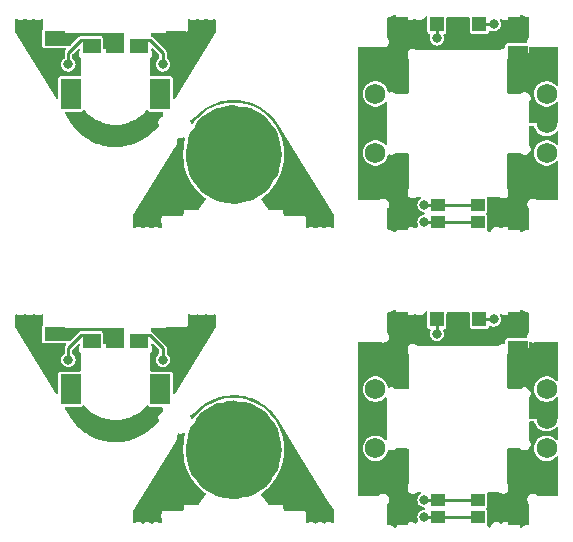
<source format=gbr>
%TF.GenerationSoftware,KiCad,Pcbnew,7.0.8*%
%TF.CreationDate,2024-04-23T11:22:23-04:00*%
%TF.ProjectId,keyboard-roller-encoder,6b657962-6f61-4726-942d-726f6c6c6572,rev?*%
%TF.SameCoordinates,Original*%
%TF.FileFunction,Copper,L1,Top*%
%TF.FilePolarity,Positive*%
%FSLAX46Y46*%
G04 Gerber Fmt 4.6, Leading zero omitted, Abs format (unit mm)*
G04 Created by KiCad (PCBNEW 7.0.8) date 2024-04-23 11:22:23*
%MOMM*%
%LPD*%
G01*
G04 APERTURE LIST*
%TA.AperFunction,NonConductor*%
%ADD10C,4.055000*%
%TD*%
%TA.AperFunction,NonConductor*%
%ADD11C,0.010000*%
%TD*%
%TA.AperFunction,SMDPad,CuDef*%
%ADD12R,1.800000X1.200000*%
%TD*%
%TA.AperFunction,SMDPad,CuDef*%
%ADD13R,1.700000X2.600000*%
%TD*%
%TA.AperFunction,SMDPad,CuDef*%
%ADD14R,1.500000X1.200000*%
%TD*%
%TA.AperFunction,ComponentPad*%
%ADD15C,1.750000*%
%TD*%
%TA.AperFunction,SMDPad,CuDef*%
%ADD16R,1.200000X1.200000*%
%TD*%
%TA.AperFunction,SMDPad,CuDef*%
%ADD17R,1.150000X1.050000*%
%TD*%
%TA.AperFunction,ViaPad*%
%ADD18C,0.800000*%
%TD*%
%TA.AperFunction,Conductor*%
%ADD19C,0.250000*%
%TD*%
G04 APERTURE END LIST*
D10*
X42528188Y-61500000D02*
G75*
G03*
X42528188Y-61500000I-2027500J0D01*
G01*
D11*
X36450000Y-61750000D02*
X36450000Y-61500000D01*
D10*
X42528188Y-61750000D02*
G75*
G03*
X42528188Y-61750000I-2027500J0D01*
G01*
D11*
X44550000Y-61750000D02*
X44550000Y-61500000D01*
X36450000Y-36750000D02*
X36450000Y-36500000D01*
X44550000Y-36750000D02*
X44550000Y-36500000D01*
D10*
X42528188Y-36750000D02*
G75*
G03*
X42528188Y-36750000I-2027500J0D01*
G01*
X42528188Y-36500000D02*
G75*
G03*
X42528188Y-36500000I-2027500J0D01*
G01*
D12*
%TO.P,J4,1,Pin_1*%
%TO.N,GND1*%
X45600000Y-66200000D03*
%TD*%
%TO.P,J3,1,Pin_1*%
%TO.N,GND1*%
X35400000Y-66200000D03*
%TD*%
%TO.P,J16,1,Pin_1*%
%TO.N,Net-(J16-Pin_1)*%
X25397106Y-51800001D03*
%TD*%
D13*
%TO.P,RE1,MP2,MP2*%
%TO.N,unconnected-(RE1-PadMP2)*%
X26697106Y-56500001D03*
%TO.P,RE1,MP1,MP1*%
%TO.N,unconnected-(RE1-PadMP1)*%
X34297106Y-56500001D03*
D14*
%TO.P,RE1,C,C*%
%TO.N,Net-(J16-Pin_1)*%
X30497106Y-52400001D03*
%TO.P,RE1,B,B*%
%TO.N,Net-(J2-PadB)*%
X28497106Y-52400001D03*
%TO.P,RE1,A,A*%
%TO.N,Net-(J2-PadA)*%
X32497106Y-52400001D03*
%TD*%
D12*
%TO.P,J18,1,Pin_1*%
%TO.N,GND3*%
X35597106Y-51800001D03*
%TD*%
%TO.P,J15,1,Pin_1*%
%TO.N,Net-(J15-Pin_1)*%
X64604495Y-52996446D03*
%TD*%
D15*
%TO.P,SW1,S2,S2*%
%TO.N,Net-(S1-COM_1)*%
X52504495Y-61496446D03*
%TO.P,SW1,S1,S1*%
%TO.N,Net-(S1-NO_1)*%
X52504495Y-56496446D03*
%TO.P,SW1,C,C*%
%TO.N,Net-(J15-Pin_1)*%
X67004495Y-58996446D03*
%TO.P,SW1,B,B*%
%TO.N,Net-(J1-PadB)*%
X67004495Y-56496446D03*
%TO.P,SW1,A,A*%
%TO.N,Net-(J1-PadA)*%
X67004495Y-61496446D03*
%TD*%
D12*
%TO.P,J9,1,Pin_1*%
%TO.N,GND2*%
X64604495Y-50596446D03*
%TD*%
D16*
%TO.P,J1,C,C*%
%TO.N,GND2*%
X59504495Y-50596446D03*
%TO.P,J1,B,B*%
%TO.N,Net-(J1-PadB)*%
X61304495Y-50596446D03*
%TO.P,J1,A,A*%
%TO.N,Net-(J1-PadA)*%
X57704495Y-50596446D03*
%TD*%
D17*
%TO.P,S1,B2,COM_2*%
%TO.N,Net-(S1-COM_1)*%
X57829495Y-65881446D03*
%TO.P,S1,B1,NO_2*%
%TO.N,Net-(S1-NO_1)*%
X57829495Y-67331446D03*
%TO.P,S1,A2,COM_1*%
%TO.N,Net-(S1-COM_1)*%
X61179495Y-65881446D03*
%TO.P,S1,A1,NO_1*%
%TO.N,Net-(S1-NO_1)*%
X61179495Y-67331446D03*
%TD*%
D12*
%TO.P,J10,1,Pin_1*%
%TO.N,GND2*%
X54404495Y-50596446D03*
%TD*%
%TO.P,J11,1,Pin_1*%
%TO.N,GND2*%
X54404495Y-52996446D03*
%TD*%
%TO.P,J8,1,Pin_1*%
%TO.N,GND2*%
X54404495Y-67396446D03*
%TD*%
%TO.P,J14,1,Pin_1*%
%TO.N,GND2*%
X54404495Y-64996446D03*
%TD*%
%TO.P,J13,1,Pin_1*%
%TO.N,GND2*%
X64604495Y-67396446D03*
%TD*%
%TO.P,J12,1,Pin_1*%
%TO.N,GND2*%
X64604495Y-64996446D03*
%TD*%
%TO.P,J16,1,Pin_1*%
%TO.N,Net-(J16-Pin_1)*%
X25397106Y-26800001D03*
%TD*%
%TO.P,J15,1,Pin_1*%
%TO.N,Net-(J15-Pin_1)*%
X64604495Y-27996446D03*
%TD*%
D15*
%TO.P,SW1,S2,S2*%
%TO.N,Net-(S1-COM_1)*%
X52504495Y-36496446D03*
%TO.P,SW1,S1,S1*%
%TO.N,Net-(S1-NO_1)*%
X52504495Y-31496446D03*
%TO.P,SW1,C,C*%
%TO.N,Net-(J15-Pin_1)*%
X67004495Y-33996446D03*
%TO.P,SW1,B,B*%
%TO.N,Net-(J1-PadB)*%
X67004495Y-31496446D03*
%TO.P,SW1,A,A*%
%TO.N,Net-(J1-PadA)*%
X67004495Y-36496446D03*
%TD*%
D17*
%TO.P,S1,B2,COM_2*%
%TO.N,Net-(S1-COM_1)*%
X57829495Y-40881446D03*
%TO.P,S1,B1,NO_2*%
%TO.N,Net-(S1-NO_1)*%
X57829495Y-42331446D03*
%TO.P,S1,A2,COM_1*%
%TO.N,Net-(S1-COM_1)*%
X61179495Y-40881446D03*
%TO.P,S1,A1,NO_1*%
%TO.N,Net-(S1-NO_1)*%
X61179495Y-42331446D03*
%TD*%
D13*
%TO.P,RE1,MP2,MP2*%
%TO.N,unconnected-(RE1-PadMP2)*%
X26697106Y-31500001D03*
%TO.P,RE1,MP1,MP1*%
%TO.N,unconnected-(RE1-PadMP1)*%
X34297106Y-31500001D03*
D14*
%TO.P,RE1,C,C*%
%TO.N,Net-(J16-Pin_1)*%
X30497106Y-27400001D03*
%TO.P,RE1,B,B*%
%TO.N,Net-(J2-PadB)*%
X28497106Y-27400001D03*
%TO.P,RE1,A,A*%
%TO.N,Net-(J2-PadA)*%
X32497106Y-27400001D03*
%TD*%
D12*
%TO.P,J18,1,Pin_1*%
%TO.N,GND3*%
X35597106Y-26800001D03*
%TD*%
%TO.P,J14,1,Pin_1*%
%TO.N,GND2*%
X54404495Y-39996446D03*
%TD*%
%TO.P,J13,1,Pin_1*%
%TO.N,GND2*%
X64604495Y-42396446D03*
%TD*%
%TO.P,J12,1,Pin_1*%
%TO.N,GND2*%
X64604495Y-39996446D03*
%TD*%
%TO.P,J11,1,Pin_1*%
%TO.N,GND2*%
X54404495Y-27996446D03*
%TD*%
%TO.P,J10,1,Pin_1*%
%TO.N,GND2*%
X54404495Y-25596446D03*
%TD*%
%TO.P,J9,1,Pin_1*%
%TO.N,GND2*%
X64604495Y-25596446D03*
%TD*%
%TO.P,J8,1,Pin_1*%
%TO.N,GND2*%
X54404495Y-42396446D03*
%TD*%
%TO.P,J4,1,Pin_1*%
%TO.N,GND1*%
X45600000Y-41200000D03*
%TD*%
%TO.P,J3,1,Pin_1*%
%TO.N,GND1*%
X35400000Y-41200000D03*
%TD*%
D16*
%TO.P,J1,A,A*%
%TO.N,Net-(J1-PadA)*%
X57704495Y-25596446D03*
%TO.P,J1,B,B*%
%TO.N,Net-(J1-PadB)*%
X61304495Y-25596446D03*
%TO.P,J1,C,C*%
%TO.N,GND2*%
X59504495Y-25596446D03*
%TD*%
D18*
%TO.N,Net-(J2-PadA)*%
X34497106Y-54000001D03*
%TO.N,Net-(J2-PadB)*%
X26507106Y-54000001D03*
%TO.N,Net-(S1-NO_1)*%
X56654495Y-67326446D03*
%TO.N,Net-(J1-PadB)*%
X62514495Y-50596446D03*
%TO.N,GND2*%
X53154495Y-54496446D03*
X65854495Y-63496446D03*
%TO.N,Net-(J1-PadA)*%
X57704495Y-51796446D03*
%TO.N,Net-(S1-COM_1)*%
X56654495Y-65886446D03*
%TO.N,Net-(J1-PadA)*%
X57704495Y-26796446D03*
%TO.N,GND2*%
X65854495Y-38496446D03*
X53154495Y-29496446D03*
%TO.N,Net-(S1-NO_1)*%
X56654495Y-42326446D03*
%TO.N,Net-(S1-COM_1)*%
X56654495Y-40886446D03*
%TO.N,Net-(J1-PadB)*%
X62514495Y-25596446D03*
%TO.N,Net-(J2-PadA)*%
X34497106Y-29000001D03*
%TO.N,Net-(J2-PadB)*%
X26507106Y-29000001D03*
%TD*%
D19*
%TO.N,Net-(J2-PadB)*%
X27600000Y-51930000D02*
X28027105Y-51930000D01*
X28027105Y-51930000D02*
X28497106Y-52400001D01*
X26507106Y-53022894D02*
X27600000Y-51930000D01*
X26507106Y-54000001D02*
X26507106Y-53022894D01*
%TO.N,Net-(J2-PadA)*%
X32967107Y-51930000D02*
X32497106Y-52400001D01*
X33400000Y-51930000D02*
X32967107Y-51930000D01*
X34497106Y-53027106D02*
X33400000Y-51930000D01*
X34497106Y-54000001D02*
X34497106Y-53027106D01*
%TO.N,Net-(S1-NO_1)*%
X57829495Y-67331446D02*
X56659495Y-67331446D01*
%TO.N,Net-(S1-COM_1)*%
X56659495Y-65881446D02*
X56654495Y-65886446D01*
%TO.N,Net-(S1-NO_1)*%
X56659495Y-67331446D02*
X56654495Y-67326446D01*
%TO.N,Net-(S1-COM_1)*%
X57829495Y-65881446D02*
X56659495Y-65881446D01*
%TO.N,Net-(S1-NO_1)*%
X61179495Y-67331446D02*
X57829495Y-67331446D01*
%TO.N,Net-(J1-PadB)*%
X62514495Y-50596446D02*
X61304495Y-50596446D01*
%TO.N,GND2*%
X59514495Y-50606446D02*
X59504495Y-50596446D01*
%TO.N,Net-(S1-NO_1)*%
X56654495Y-67326446D02*
X56649495Y-67331446D01*
%TO.N,Net-(S1-COM_1)*%
X56654495Y-65886446D02*
X56649495Y-65881446D01*
X61179495Y-65881446D02*
X57829495Y-65881446D01*
%TO.N,Net-(J1-PadA)*%
X57704495Y-50596446D02*
X57704495Y-51796446D01*
%TO.N,Net-(J2-PadB)*%
X28027105Y-26930000D02*
X28497106Y-27400001D01*
X27600000Y-26930000D02*
X28027105Y-26930000D01*
X26507106Y-28022894D02*
X27600000Y-26930000D01*
X26507106Y-29000001D02*
X26507106Y-28022894D01*
%TO.N,Net-(J2-PadA)*%
X32967107Y-26930000D02*
X32497106Y-27400001D01*
X33400000Y-26930000D02*
X32967107Y-26930000D01*
X34497106Y-28027106D02*
X33400000Y-26930000D01*
X34497106Y-29000001D02*
X34497106Y-28027106D01*
%TO.N,Net-(J1-PadA)*%
X57704495Y-25596446D02*
X57704495Y-26796446D01*
%TO.N,GND2*%
X59514495Y-25606446D02*
X59504495Y-25596446D01*
%TO.N,Net-(S1-NO_1)*%
X56654495Y-42326446D02*
X56649495Y-42331446D01*
X56659495Y-42331446D02*
X56654495Y-42326446D01*
%TO.N,Net-(S1-COM_1)*%
X56654495Y-40886446D02*
X56649495Y-40881446D01*
X56659495Y-40881446D02*
X56654495Y-40886446D01*
%TO.N,Net-(S1-NO_1)*%
X57829495Y-42331446D02*
X56659495Y-42331446D01*
%TO.N,Net-(S1-COM_1)*%
X57829495Y-40881446D02*
X56659495Y-40881446D01*
%TO.N,Net-(S1-NO_1)*%
X61179495Y-42331446D02*
X57829495Y-42331446D01*
%TO.N,Net-(S1-COM_1)*%
X61179495Y-40881446D02*
X57829495Y-40881446D01*
%TO.N,Net-(J1-PadB)*%
X62514495Y-25596446D02*
X61304495Y-25596446D01*
%TD*%
%TA.AperFunction,Conductor*%
%TO.N,Net-(J15-Pin_1)*%
G36*
X67958691Y-27519407D02*
G01*
X67994655Y-27568907D01*
X67999500Y-27599500D01*
X67999500Y-30734006D01*
X67980593Y-30792197D01*
X67931093Y-30828161D01*
X67869907Y-30828161D01*
X67821497Y-30793668D01*
X67820386Y-30792197D01*
X67802704Y-30768782D01*
X67655405Y-30634501D01*
X67485941Y-30529573D01*
X67300081Y-30457570D01*
X67300080Y-30457569D01*
X67300078Y-30457569D01*
X67104155Y-30420946D01*
X66904835Y-30420946D01*
X66708911Y-30457569D01*
X66523048Y-30529573D01*
X66523043Y-30529576D01*
X66353589Y-30634498D01*
X66353587Y-30634499D01*
X66353585Y-30634501D01*
X66206286Y-30768782D01*
X66206284Y-30768784D01*
X66086175Y-30927833D01*
X66086165Y-30927849D01*
X65997324Y-31106265D01*
X65942778Y-31297975D01*
X65924387Y-31496446D01*
X65942778Y-31694916D01*
X65987914Y-31853553D01*
X65997324Y-31886626D01*
X66086169Y-32065050D01*
X66206286Y-32224110D01*
X66353585Y-32358391D01*
X66523049Y-32463319D01*
X66708909Y-32535322D01*
X66904835Y-32571946D01*
X67104155Y-32571946D01*
X67300081Y-32535322D01*
X67485941Y-32463319D01*
X67655405Y-32358391D01*
X67802704Y-32224110D01*
X67821498Y-32199222D01*
X67871653Y-32164181D01*
X67932828Y-32165312D01*
X67981654Y-32202184D01*
X67999500Y-32258885D01*
X67999500Y-33897446D01*
X67980593Y-33955637D01*
X67931093Y-33991601D01*
X67900500Y-33996446D01*
X65599500Y-33996446D01*
X65541309Y-33977539D01*
X65505345Y-33928039D01*
X65500500Y-33897446D01*
X65500500Y-32248318D01*
X65519407Y-32190127D01*
X65529494Y-32178317D01*
X65546945Y-32160867D01*
X65612837Y-32046738D01*
X65646945Y-31919445D01*
X65646945Y-31787661D01*
X65612837Y-31660368D01*
X65546945Y-31546239D01*
X65453760Y-31453054D01*
X65339631Y-31387162D01*
X65212338Y-31353054D01*
X65080554Y-31353054D01*
X64953261Y-31387162D01*
X64839133Y-31453053D01*
X64839132Y-31453053D01*
X64839132Y-31453054D01*
X64821681Y-31470504D01*
X64767166Y-31498281D01*
X64751679Y-31499500D01*
X63783995Y-31499500D01*
X63725804Y-31480593D01*
X63689840Y-31431093D01*
X63684995Y-31400500D01*
X63684995Y-28548318D01*
X63703902Y-28490127D01*
X63713989Y-28478317D01*
X63731440Y-28460867D01*
X63797332Y-28346738D01*
X63831440Y-28219445D01*
X63831440Y-28095446D01*
X63850347Y-28037255D01*
X63899847Y-28001291D01*
X63930440Y-27996446D01*
X65504494Y-27996446D01*
X65504495Y-27996446D01*
X65504495Y-27594666D01*
X65523402Y-27536475D01*
X65572902Y-27500511D01*
X65634088Y-27500511D01*
X65635144Y-27500862D01*
X65753419Y-27540922D01*
X65880726Y-27550215D01*
X66006291Y-27527254D01*
X66044328Y-27509652D01*
X66085903Y-27500500D01*
X67900500Y-27500500D01*
X67958691Y-27519407D01*
G37*
%TD.AperFunction*%
%TD*%
%TA.AperFunction,Conductor*%
%TO.N,GND2*%
G36*
X65928208Y-34220853D02*
G01*
X65964172Y-34270353D01*
X65965227Y-34273818D01*
X65997324Y-34386626D01*
X66086169Y-34565050D01*
X66206286Y-34724110D01*
X66353585Y-34858391D01*
X66523049Y-34963319D01*
X66708909Y-35035322D01*
X66904835Y-35071946D01*
X67104155Y-35071946D01*
X67300081Y-35035322D01*
X67485941Y-34963319D01*
X67655405Y-34858391D01*
X67802704Y-34724110D01*
X67821498Y-34699222D01*
X67871653Y-34664181D01*
X67932828Y-34665312D01*
X67981654Y-34702184D01*
X67999500Y-34758885D01*
X67999500Y-35734006D01*
X67980593Y-35792197D01*
X67931093Y-35828161D01*
X67869907Y-35828161D01*
X67821497Y-35793668D01*
X67820756Y-35792687D01*
X67802704Y-35768782D01*
X67655405Y-35634501D01*
X67485941Y-35529573D01*
X67300081Y-35457570D01*
X67300080Y-35457569D01*
X67300078Y-35457569D01*
X67104155Y-35420946D01*
X66904835Y-35420946D01*
X66708911Y-35457569D01*
X66523048Y-35529573D01*
X66523043Y-35529576D01*
X66353589Y-35634498D01*
X66353587Y-35634499D01*
X66353585Y-35634501D01*
X66225047Y-35751679D01*
X66206284Y-35768784D01*
X66086175Y-35927833D01*
X66086165Y-35927849D01*
X65997324Y-36106265D01*
X65942778Y-36297975D01*
X65942778Y-36297977D01*
X65924387Y-36496446D01*
X65942778Y-36694915D01*
X65997324Y-36886626D01*
X66086169Y-37065050D01*
X66206286Y-37224110D01*
X66353585Y-37358391D01*
X66523049Y-37463319D01*
X66708909Y-37535322D01*
X66904835Y-37571946D01*
X67104155Y-37571946D01*
X67300081Y-37535322D01*
X67485941Y-37463319D01*
X67655405Y-37358391D01*
X67802704Y-37224110D01*
X67821498Y-37199222D01*
X67871653Y-37164181D01*
X67932828Y-37165312D01*
X67981654Y-37202184D01*
X67999500Y-37258885D01*
X67999500Y-40400500D01*
X67980593Y-40458691D01*
X67931093Y-40494655D01*
X67900500Y-40499500D01*
X66248320Y-40499500D01*
X66190129Y-40480593D01*
X66178320Y-40470507D01*
X66160867Y-40453054D01*
X66046738Y-40387162D01*
X65919445Y-40353054D01*
X65787661Y-40353054D01*
X65660368Y-40387162D01*
X65546239Y-40453054D01*
X65453054Y-40546239D01*
X65387162Y-40660368D01*
X65353054Y-40787661D01*
X65353054Y-40919445D01*
X65387162Y-41046738D01*
X65453054Y-41160867D01*
X65470502Y-41178315D01*
X65498281Y-41232830D01*
X65499500Y-41248319D01*
X65499500Y-42900705D01*
X65480593Y-42958896D01*
X65431093Y-42994860D01*
X65409641Y-42999282D01*
X65407290Y-42999499D01*
X65225029Y-43033570D01*
X65052127Y-43100552D01*
X65052122Y-43100555D01*
X64890590Y-43200572D01*
X64889779Y-43199263D01*
X64837923Y-43217171D01*
X64779395Y-43199335D01*
X64742529Y-43150503D01*
X64741116Y-43146079D01*
X64713294Y-43051327D01*
X64709953Y-43039947D01*
X64709950Y-43039942D01*
X64632144Y-42918873D01*
X64588648Y-42881184D01*
X64523373Y-42824623D01*
X64523369Y-42824621D01*
X64392456Y-42764834D01*
X64285804Y-42749500D01*
X64285799Y-42749500D01*
X64214201Y-42749500D01*
X64214196Y-42749500D01*
X64107543Y-42764834D01*
X63976628Y-42824622D01*
X63939830Y-42856507D01*
X63883470Y-42880323D01*
X63823875Y-42866463D01*
X63810170Y-42856507D01*
X63799171Y-42846977D01*
X63773373Y-42824623D01*
X63773369Y-42824621D01*
X63642456Y-42764834D01*
X63535804Y-42749500D01*
X63535799Y-42749500D01*
X63464201Y-42749500D01*
X63464196Y-42749500D01*
X63357543Y-42764834D01*
X63226628Y-42824622D01*
X63189830Y-42856507D01*
X63133470Y-42880323D01*
X63073875Y-42866463D01*
X63060170Y-42856507D01*
X63049171Y-42846977D01*
X63023373Y-42824623D01*
X63023369Y-42824621D01*
X62892456Y-42764834D01*
X62785804Y-42749500D01*
X62785799Y-42749500D01*
X62714201Y-42749500D01*
X62714196Y-42749500D01*
X62607543Y-42764834D01*
X62476628Y-42824622D01*
X62367855Y-42918873D01*
X62290049Y-43039942D01*
X62290047Y-43039947D01*
X62258883Y-43146080D01*
X62224347Y-43196587D01*
X62166719Y-43217148D01*
X62109542Y-43200358D01*
X62109410Y-43200573D01*
X62108631Y-43200090D01*
X62108012Y-43199909D01*
X62105991Y-43198456D01*
X62105521Y-43198165D01*
X62105519Y-43198163D01*
X61953418Y-43103986D01*
X61913900Y-43057280D01*
X61909381Y-42996262D01*
X61923221Y-42964819D01*
X61943362Y-42934677D01*
X61954995Y-42876194D01*
X61954995Y-41786698D01*
X61943362Y-41728215D01*
X61899047Y-41661894D01*
X61899044Y-41661892D01*
X61898748Y-41661449D01*
X61882139Y-41602561D01*
X61898748Y-41551443D01*
X61899044Y-41550999D01*
X61899047Y-41550998D01*
X61943362Y-41484677D01*
X61954995Y-41426194D01*
X61954995Y-40336698D01*
X61954994Y-40336692D01*
X61951438Y-40318813D01*
X61958630Y-40258052D01*
X62000163Y-40213123D01*
X62048536Y-40200500D01*
X62936175Y-40200500D01*
X62994366Y-40219407D01*
X63006174Y-40229492D01*
X63023627Y-40246945D01*
X63137756Y-40312837D01*
X63265049Y-40346945D01*
X63265051Y-40346945D01*
X63396831Y-40346945D01*
X63396833Y-40346945D01*
X63524126Y-40312837D01*
X63638255Y-40246945D01*
X63731440Y-40153760D01*
X63797332Y-40039631D01*
X63831440Y-39912338D01*
X63831440Y-39780554D01*
X63797332Y-39653261D01*
X63731440Y-39539132D01*
X63731437Y-39539129D01*
X63713990Y-39521681D01*
X63686214Y-39467164D01*
X63684995Y-39451679D01*
X63684995Y-36599500D01*
X63703902Y-36541309D01*
X63753402Y-36505345D01*
X63783995Y-36500500D01*
X64751680Y-36500500D01*
X64809871Y-36519407D01*
X64821679Y-36529492D01*
X64839132Y-36546945D01*
X64953261Y-36612837D01*
X65080554Y-36646945D01*
X65080556Y-36646945D01*
X65212336Y-36646945D01*
X65212338Y-36646945D01*
X65339631Y-36612837D01*
X65453760Y-36546945D01*
X65546945Y-36453760D01*
X65612837Y-36339631D01*
X65646945Y-36212338D01*
X65646945Y-36080554D01*
X65612837Y-35953261D01*
X65546945Y-35839132D01*
X65546942Y-35839129D01*
X65529495Y-35821681D01*
X65501719Y-35767164D01*
X65500500Y-35751679D01*
X65500500Y-34300946D01*
X65519407Y-34242755D01*
X65568907Y-34206791D01*
X65599500Y-34201946D01*
X65870017Y-34201946D01*
X65928208Y-34220853D01*
G37*
%TD.AperFunction*%
%TA.AperFunction,Conductor*%
G36*
X54220566Y-24800637D02*
G01*
X54257455Y-24849451D01*
X54258883Y-24853919D01*
X54272252Y-24899448D01*
X54290045Y-24960047D01*
X54290047Y-24960052D01*
X54290049Y-24960057D01*
X54367855Y-25081126D01*
X54367856Y-25081127D01*
X54367857Y-25081128D01*
X54476627Y-25175377D01*
X54532210Y-25200761D01*
X54607543Y-25235165D01*
X54714196Y-25250500D01*
X54714201Y-25250500D01*
X54785804Y-25250500D01*
X54874680Y-25237720D01*
X54892457Y-25235165D01*
X55023373Y-25175377D01*
X55060170Y-25143491D01*
X55116528Y-25119675D01*
X55176123Y-25133533D01*
X55189824Y-25143487D01*
X55226627Y-25175377D01*
X55282210Y-25200761D01*
X55357543Y-25235165D01*
X55464196Y-25250500D01*
X55464201Y-25250500D01*
X55535804Y-25250500D01*
X55624680Y-25237720D01*
X55642457Y-25235165D01*
X55773373Y-25175377D01*
X55810170Y-25143491D01*
X55866528Y-25119675D01*
X55926123Y-25133533D01*
X55939824Y-25143487D01*
X55976627Y-25175377D01*
X56032210Y-25200761D01*
X56107543Y-25235165D01*
X56214196Y-25250500D01*
X56214201Y-25250500D01*
X56285804Y-25250500D01*
X56374680Y-25237720D01*
X56392457Y-25235165D01*
X56523373Y-25175377D01*
X56632143Y-25081128D01*
X56709953Y-24960053D01*
X56710005Y-24959877D01*
X56710088Y-24959754D01*
X56712894Y-24953612D01*
X56713956Y-24954097D01*
X56744539Y-24909369D01*
X56802166Y-24888806D01*
X56860873Y-24906043D01*
X56898237Y-24954495D01*
X56903995Y-24987766D01*
X56903995Y-26216192D01*
X56903996Y-26216204D01*
X56915627Y-26274673D01*
X56915628Y-26274677D01*
X56959943Y-26340998D01*
X57026264Y-26385313D01*
X57050077Y-26390049D01*
X57089518Y-26397896D01*
X57089129Y-26399850D01*
X57137890Y-26421165D01*
X57168842Y-26473944D01*
X57163611Y-26533069D01*
X57119452Y-26639678D01*
X57119450Y-26639687D01*
X57098813Y-26796445D01*
X57098813Y-26796446D01*
X57119450Y-26953204D01*
X57119452Y-26953212D01*
X57179957Y-27099284D01*
X57179957Y-27099285D01*
X57263053Y-27207578D01*
X57276213Y-27224728D01*
X57401654Y-27320982D01*
X57401655Y-27320982D01*
X57401656Y-27320983D01*
X57547728Y-27381488D01*
X57547733Y-27381490D01*
X57665304Y-27396968D01*
X57704494Y-27402128D01*
X57704495Y-27402128D01*
X57704496Y-27402128D01*
X57735847Y-27398000D01*
X57861257Y-27381490D01*
X58007336Y-27320982D01*
X58132777Y-27224728D01*
X58229031Y-27099287D01*
X58289539Y-26953208D01*
X58310177Y-26796446D01*
X58289539Y-26639684D01*
X58245378Y-26533069D01*
X58240577Y-26472073D01*
X58272547Y-26419904D01*
X58319845Y-26399773D01*
X58319472Y-26397896D01*
X58354514Y-26390924D01*
X58382726Y-26385313D01*
X58449047Y-26340998D01*
X58493362Y-26274677D01*
X58504995Y-26216194D01*
X58504995Y-25099500D01*
X58523902Y-25041309D01*
X58573402Y-25005345D01*
X58603995Y-25000500D01*
X60404995Y-25000500D01*
X60463186Y-25019407D01*
X60499150Y-25068907D01*
X60503995Y-25099500D01*
X60503995Y-26216192D01*
X60503996Y-26216204D01*
X60515627Y-26274673D01*
X60515628Y-26274677D01*
X60559943Y-26340998D01*
X60626264Y-26385313D01*
X60670726Y-26394157D01*
X60684736Y-26396944D01*
X60684741Y-26396944D01*
X60684747Y-26396946D01*
X60684748Y-26396946D01*
X61924242Y-26396946D01*
X61924243Y-26396946D01*
X61982726Y-26385313D01*
X62049047Y-26340998D01*
X62093362Y-26274677D01*
X62104995Y-26216194D01*
X62104995Y-26216189D01*
X62105101Y-26215119D01*
X62105300Y-26214662D01*
X62105945Y-26211423D01*
X62106655Y-26211564D01*
X62129616Y-26159059D01*
X62182399Y-26128115D01*
X62241510Y-26133348D01*
X62357733Y-26181490D01*
X62475304Y-26196968D01*
X62514494Y-26202128D01*
X62514495Y-26202128D01*
X62514496Y-26202128D01*
X62545847Y-26198000D01*
X62671257Y-26181490D01*
X62817336Y-26120982D01*
X62942777Y-26024728D01*
X63039031Y-25899287D01*
X63099539Y-25753208D01*
X63120177Y-25596446D01*
X63099539Y-25439684D01*
X63039031Y-25293605D01*
X63039029Y-25293602D01*
X63035073Y-25288446D01*
X63014648Y-25230770D01*
X63032025Y-25172105D01*
X63048783Y-25153359D01*
X63060169Y-25143493D01*
X63116528Y-25119675D01*
X63176123Y-25133534D01*
X63189824Y-25143487D01*
X63226627Y-25175377D01*
X63282210Y-25200761D01*
X63357543Y-25235165D01*
X63464196Y-25250500D01*
X63464201Y-25250500D01*
X63535804Y-25250500D01*
X63624680Y-25237720D01*
X63642457Y-25235165D01*
X63773373Y-25175377D01*
X63810170Y-25143491D01*
X63866528Y-25119675D01*
X63926123Y-25133533D01*
X63939824Y-25143487D01*
X63976627Y-25175377D01*
X64032210Y-25200761D01*
X64107543Y-25235165D01*
X64214196Y-25250500D01*
X64214201Y-25250500D01*
X64285804Y-25250500D01*
X64374680Y-25237720D01*
X64392457Y-25235165D01*
X64523373Y-25175377D01*
X64632143Y-25081128D01*
X64709953Y-24960053D01*
X64741116Y-24853919D01*
X64775652Y-24803413D01*
X64833279Y-24782851D01*
X64890458Y-24799640D01*
X64890590Y-24799428D01*
X64891361Y-24799905D01*
X64891986Y-24800089D01*
X64894020Y-24801551D01*
X64894479Y-24801835D01*
X64894481Y-24801837D01*
X65052128Y-24899448D01*
X65225027Y-24966429D01*
X65407290Y-25000500D01*
X65407297Y-25000500D01*
X65409627Y-25000716D01*
X65410533Y-25001106D01*
X65411789Y-25001341D01*
X65411736Y-25001623D01*
X65465826Y-25024907D01*
X65497074Y-25077511D01*
X65499500Y-25099294D01*
X65499500Y-26651778D01*
X65480593Y-26709969D01*
X65470579Y-26721706D01*
X65454584Y-26737734D01*
X65454582Y-26737737D01*
X65389851Y-26847754D01*
X65359745Y-26953204D01*
X65354809Y-26970493D01*
X65351696Y-27098102D01*
X65351696Y-27098104D01*
X65351666Y-27099360D01*
X65331345Y-27157073D01*
X65280982Y-27191819D01*
X65252695Y-27195946D01*
X63684747Y-27195946D01*
X63684746Y-27195946D01*
X63684736Y-27195947D01*
X63626267Y-27207578D01*
X63626261Y-27207580D01*
X63559946Y-27251891D01*
X63559940Y-27251897D01*
X63515629Y-27318212D01*
X63515627Y-27318218D01*
X63503996Y-27376687D01*
X63503995Y-27376699D01*
X63503995Y-27554274D01*
X63485088Y-27612465D01*
X63435588Y-27648429D01*
X63403322Y-27651395D01*
X63403322Y-27653054D01*
X63396833Y-27653054D01*
X63265049Y-27653054D01*
X63137756Y-27687162D01*
X63023628Y-27753053D01*
X63023627Y-27753053D01*
X63023627Y-27753054D01*
X63006176Y-27770504D01*
X62951661Y-27798281D01*
X62936174Y-27799500D01*
X56063825Y-27799500D01*
X56005634Y-27780593D01*
X55993825Y-27770507D01*
X55976372Y-27753054D01*
X55862243Y-27687162D01*
X55734950Y-27653054D01*
X55603166Y-27653054D01*
X55475873Y-27687162D01*
X55361744Y-27753054D01*
X55268559Y-27846239D01*
X55202667Y-27960368D01*
X55168559Y-28087661D01*
X55168559Y-28219445D01*
X55202667Y-28346738D01*
X55268559Y-28460867D01*
X55286006Y-28478314D01*
X55313785Y-28532829D01*
X55315004Y-28548318D01*
X55315004Y-31400500D01*
X55296097Y-31458691D01*
X55246597Y-31494655D01*
X55216004Y-31499500D01*
X54248320Y-31499500D01*
X54190129Y-31480593D01*
X54178320Y-31470507D01*
X54160867Y-31453054D01*
X54046738Y-31387162D01*
X53919445Y-31353054D01*
X53787661Y-31353054D01*
X53689866Y-31379257D01*
X53628765Y-31376055D01*
X53581215Y-31337550D01*
X53566928Y-31301814D01*
X53566213Y-31297988D01*
X53566212Y-31297977D01*
X53511666Y-31106266D01*
X53422821Y-30927842D01*
X53302704Y-30768782D01*
X53155405Y-30634501D01*
X52985941Y-30529573D01*
X52800081Y-30457570D01*
X52800080Y-30457569D01*
X52800078Y-30457569D01*
X52604155Y-30420946D01*
X52404835Y-30420946D01*
X52208911Y-30457569D01*
X52023048Y-30529573D01*
X52023043Y-30529576D01*
X51853589Y-30634498D01*
X51853587Y-30634499D01*
X51853585Y-30634501D01*
X51706286Y-30768782D01*
X51706284Y-30768784D01*
X51586175Y-30927833D01*
X51586165Y-30927849D01*
X51497324Y-31106265D01*
X51442778Y-31297975D01*
X51430299Y-31432644D01*
X51424387Y-31496446D01*
X51442778Y-31694915D01*
X51497324Y-31886626D01*
X51586169Y-32065050D01*
X51706286Y-32224110D01*
X51853585Y-32358391D01*
X52023049Y-32463319D01*
X52208909Y-32535322D01*
X52404835Y-32571946D01*
X52604155Y-32571946D01*
X52800081Y-32535322D01*
X52985941Y-32463319D01*
X53155405Y-32358391D01*
X53302704Y-32224110D01*
X53321496Y-32199224D01*
X53371652Y-32164182D01*
X53432827Y-32165313D01*
X53481654Y-32202185D01*
X53499500Y-32258886D01*
X53499500Y-35734006D01*
X53480593Y-35792197D01*
X53431093Y-35828161D01*
X53369907Y-35828161D01*
X53321496Y-35793667D01*
X53302704Y-35768782D01*
X53155405Y-35634501D01*
X52985941Y-35529573D01*
X52800081Y-35457570D01*
X52800080Y-35457569D01*
X52800078Y-35457569D01*
X52604155Y-35420946D01*
X52404835Y-35420946D01*
X52208911Y-35457569D01*
X52023048Y-35529573D01*
X52023043Y-35529576D01*
X51853589Y-35634498D01*
X51853587Y-35634499D01*
X51853585Y-35634501D01*
X51725047Y-35751679D01*
X51706284Y-35768784D01*
X51586175Y-35927833D01*
X51586165Y-35927849D01*
X51497324Y-36106265D01*
X51442778Y-36297975D01*
X51442778Y-36297977D01*
X51424387Y-36496446D01*
X51442778Y-36694915D01*
X51497324Y-36886626D01*
X51586169Y-37065050D01*
X51706286Y-37224110D01*
X51853585Y-37358391D01*
X52023049Y-37463319D01*
X52208909Y-37535322D01*
X52404835Y-37571946D01*
X52604155Y-37571946D01*
X52800081Y-37535322D01*
X52985941Y-37463319D01*
X53155405Y-37358391D01*
X53302704Y-37224110D01*
X53422821Y-37065050D01*
X53511666Y-36886626D01*
X53566212Y-36694915D01*
X53566212Y-36694912D01*
X53567464Y-36690513D01*
X53569372Y-36691056D01*
X53594908Y-36644144D01*
X53650160Y-36617861D01*
X53688600Y-36620401D01*
X53787661Y-36646945D01*
X53787662Y-36646945D01*
X53919443Y-36646945D01*
X53919445Y-36646945D01*
X54046738Y-36612837D01*
X54160867Y-36546945D01*
X54178316Y-36529495D01*
X54232832Y-36501719D01*
X54248319Y-36500500D01*
X55216004Y-36500500D01*
X55274195Y-36519407D01*
X55310159Y-36568907D01*
X55315004Y-36599500D01*
X55315004Y-39451679D01*
X55296097Y-39509870D01*
X55286009Y-39521681D01*
X55268561Y-39539129D01*
X55268559Y-39539131D01*
X55268559Y-39539132D01*
X55202667Y-39653261D01*
X55168559Y-39780554D01*
X55168559Y-39912338D01*
X55202667Y-40039631D01*
X55268559Y-40153760D01*
X55361744Y-40246945D01*
X55475873Y-40312837D01*
X55603166Y-40346945D01*
X55603168Y-40346945D01*
X55734948Y-40346945D01*
X55734950Y-40346945D01*
X55862243Y-40312837D01*
X55976372Y-40246945D01*
X55993821Y-40229495D01*
X56048337Y-40201719D01*
X56063824Y-40200500D01*
X56270363Y-40200500D01*
X56328554Y-40219407D01*
X56364518Y-40268907D01*
X56364518Y-40330093D01*
X56330630Y-40378042D01*
X56226218Y-40458159D01*
X56226208Y-40458169D01*
X56129957Y-40583606D01*
X56129957Y-40583607D01*
X56069452Y-40729679D01*
X56069450Y-40729687D01*
X56048813Y-40886445D01*
X56048813Y-40886446D01*
X56069450Y-41043204D01*
X56069452Y-41043212D01*
X56129957Y-41189284D01*
X56129957Y-41189285D01*
X56219474Y-41305946D01*
X56226213Y-41314728D01*
X56351654Y-41410982D01*
X56497733Y-41471490D01*
X56578417Y-41482112D01*
X56633642Y-41508453D01*
X56662837Y-41562223D01*
X56664495Y-41580265D01*
X56664495Y-41632626D01*
X56645588Y-41690817D01*
X56596088Y-41726781D01*
X56578418Y-41730779D01*
X56497735Y-41741401D01*
X56497728Y-41741403D01*
X56351656Y-41801908D01*
X56351655Y-41801908D01*
X56226218Y-41898159D01*
X56226208Y-41898169D01*
X56129957Y-42023606D01*
X56129957Y-42023607D01*
X56069452Y-42169679D01*
X56069450Y-42169687D01*
X56048813Y-42326445D01*
X56048813Y-42326446D01*
X56069451Y-42483208D01*
X56099705Y-42556247D01*
X56129958Y-42629286D01*
X56132759Y-42634136D01*
X56145481Y-42693984D01*
X56120595Y-42749880D01*
X56088150Y-42773690D01*
X55976628Y-42824621D01*
X55939830Y-42856507D01*
X55883470Y-42880323D01*
X55823875Y-42866463D01*
X55810170Y-42856507D01*
X55799171Y-42846977D01*
X55773373Y-42824623D01*
X55773369Y-42824621D01*
X55642456Y-42764834D01*
X55535804Y-42749500D01*
X55535799Y-42749500D01*
X55464201Y-42749500D01*
X55464196Y-42749500D01*
X55357543Y-42764834D01*
X55226628Y-42824622D01*
X55189830Y-42856507D01*
X55133470Y-42880323D01*
X55073875Y-42866463D01*
X55060170Y-42856507D01*
X55049171Y-42846977D01*
X55023373Y-42824623D01*
X55023369Y-42824621D01*
X54892456Y-42764834D01*
X54785804Y-42749500D01*
X54785799Y-42749500D01*
X54714201Y-42749500D01*
X54714196Y-42749500D01*
X54607543Y-42764834D01*
X54476628Y-42824622D01*
X54367855Y-42918873D01*
X54290049Y-43039942D01*
X54290047Y-43039947D01*
X54258883Y-43146080D01*
X54224347Y-43196587D01*
X54166719Y-43217148D01*
X54109542Y-43200358D01*
X54109410Y-43200572D01*
X54108634Y-43200091D01*
X54108012Y-43199909D01*
X54105981Y-43198449D01*
X53947877Y-43100555D01*
X53947872Y-43100552D01*
X53774973Y-43033571D01*
X53774972Y-43033570D01*
X53774970Y-43033570D01*
X53592709Y-42999499D01*
X53590359Y-42999282D01*
X53589450Y-42998890D01*
X53588211Y-42998659D01*
X53588263Y-42998379D01*
X53534163Y-42975083D01*
X53502923Y-42922474D01*
X53500500Y-42900705D01*
X53500500Y-41248318D01*
X53519407Y-41190127D01*
X53529494Y-41178317D01*
X53546945Y-41160867D01*
X53612837Y-41046738D01*
X53646945Y-40919445D01*
X53646945Y-40787661D01*
X53612837Y-40660368D01*
X53546945Y-40546239D01*
X53453760Y-40453054D01*
X53339631Y-40387162D01*
X53212338Y-40353054D01*
X53080554Y-40353054D01*
X52953261Y-40387162D01*
X52839133Y-40453053D01*
X52839132Y-40453053D01*
X52839132Y-40453054D01*
X52821681Y-40470504D01*
X52767166Y-40498281D01*
X52751679Y-40499500D01*
X51099500Y-40499500D01*
X51041309Y-40480593D01*
X51005345Y-40431093D01*
X51000500Y-40400500D01*
X51000500Y-27599500D01*
X51019407Y-27541309D01*
X51068907Y-27505345D01*
X51099500Y-27500500D01*
X52914159Y-27500500D01*
X52955713Y-27509643D01*
X52993715Y-27527217D01*
X53021071Y-27532213D01*
X53119268Y-27550147D01*
X53246556Y-27540835D01*
X53367433Y-27499877D01*
X53474164Y-27429894D01*
X53559916Y-27335366D01*
X53619201Y-27222343D01*
X53648225Y-27098059D01*
X53645130Y-26970468D01*
X53610113Y-26847737D01*
X53545417Y-26737722D01*
X53545416Y-26737720D01*
X53529404Y-26721666D01*
X53501699Y-26667113D01*
X53500500Y-26651755D01*
X53500500Y-25099294D01*
X53519407Y-25041103D01*
X53568907Y-25005139D01*
X53590373Y-25000716D01*
X53592702Y-25000500D01*
X53592710Y-25000500D01*
X53774973Y-24966429D01*
X53947872Y-24899448D01*
X54079208Y-24818128D01*
X54109410Y-24799428D01*
X54110225Y-24800745D01*
X54162030Y-24782829D01*
X54220566Y-24800637D01*
G37*
%TD.AperFunction*%
%TD*%
%TA.AperFunction,Conductor*%
%TO.N,GND1*%
G36*
X36392143Y-35200905D02*
G01*
X36417561Y-35256561D01*
X36413088Y-35297314D01*
X36413599Y-35297464D01*
X36412933Y-35299729D01*
X36317353Y-35693718D01*
X36317350Y-35693736D01*
X36259654Y-36095017D01*
X36259652Y-36095030D01*
X36240362Y-36500000D01*
X36244444Y-36585692D01*
X36244500Y-36588048D01*
X36244500Y-36661950D01*
X36244444Y-36664306D01*
X36240362Y-36749999D01*
X36259652Y-37154969D01*
X36259654Y-37154982D01*
X36317350Y-37556263D01*
X36317353Y-37556281D01*
X36412933Y-37950269D01*
X36545538Y-38333403D01*
X36713960Y-38702198D01*
X36916666Y-39053294D01*
X36916675Y-39053308D01*
X37151852Y-39383567D01*
X37417335Y-39689951D01*
X37417345Y-39689962D01*
X37710768Y-39969740D01*
X38029456Y-40220359D01*
X38116049Y-40276009D01*
X38154780Y-40323375D01*
X38158272Y-40384461D01*
X38145675Y-40413025D01*
X37601760Y-41254732D01*
X37554297Y-41293344D01*
X37518610Y-41300000D01*
X36300000Y-41300000D01*
X36300000Y-41300001D01*
X36300000Y-41600500D01*
X36281093Y-41658691D01*
X36231593Y-41694655D01*
X36201000Y-41699500D01*
X35085896Y-41699500D01*
X35044340Y-41690356D01*
X35008537Y-41673798D01*
X35008535Y-41673797D01*
X35008534Y-41673797D01*
X34888060Y-41650581D01*
X34888056Y-41650581D01*
X34888055Y-41650581D01*
X34765544Y-41657151D01*
X34648244Y-41693117D01*
X34648242Y-41693117D01*
X34543106Y-41756346D01*
X34456350Y-41843103D01*
X34393115Y-41948247D01*
X34357150Y-42065544D01*
X34350580Y-42188056D01*
X34350581Y-42188060D01*
X34350581Y-42188061D01*
X34373797Y-42308535D01*
X34390356Y-42344341D01*
X34399500Y-42385896D01*
X34399500Y-42760458D01*
X34380593Y-42818649D01*
X34331093Y-42854613D01*
X34269907Y-42854613D01*
X34235670Y-42835279D01*
X34223373Y-42824623D01*
X34210292Y-42818649D01*
X34092456Y-42764834D01*
X33985804Y-42749500D01*
X33985799Y-42749500D01*
X33914201Y-42749500D01*
X33914196Y-42749500D01*
X33807543Y-42764834D01*
X33676628Y-42824622D01*
X33639830Y-42856507D01*
X33583470Y-42880323D01*
X33523875Y-42866463D01*
X33510170Y-42856507D01*
X33497162Y-42845236D01*
X33473373Y-42824623D01*
X33460292Y-42818649D01*
X33342456Y-42764834D01*
X33235804Y-42749500D01*
X33235799Y-42749500D01*
X33164201Y-42749500D01*
X33164196Y-42749500D01*
X33057543Y-42764834D01*
X32926628Y-42824622D01*
X32889830Y-42856507D01*
X32833470Y-42880323D01*
X32773875Y-42866463D01*
X32760170Y-42856507D01*
X32747162Y-42845236D01*
X32723373Y-42824623D01*
X32710292Y-42818649D01*
X32592456Y-42764834D01*
X32485804Y-42749500D01*
X32485799Y-42749500D01*
X32414201Y-42749500D01*
X32414196Y-42749500D01*
X32307543Y-42764834D01*
X32176628Y-42824622D01*
X32176627Y-42824623D01*
X32164329Y-42835278D01*
X32107971Y-42859095D01*
X32048376Y-42845236D01*
X32008308Y-42798995D01*
X32000500Y-42760458D01*
X32000500Y-41827952D01*
X32014984Y-41776396D01*
X35530828Y-36012910D01*
X35532463Y-36010407D01*
X35589546Y-35928576D01*
X35673759Y-35745301D01*
X35724350Y-35550053D01*
X35739735Y-35348944D01*
X35738771Y-35339423D01*
X35751722Y-35279627D01*
X35797348Y-35238860D01*
X35858222Y-35232698D01*
X35865163Y-35234466D01*
X35867540Y-35235163D01*
X35867543Y-35235165D01*
X35867546Y-35235165D01*
X35867548Y-35235166D01*
X35974196Y-35250500D01*
X35974201Y-35250500D01*
X36045804Y-35250500D01*
X36121983Y-35239546D01*
X36152457Y-35235165D01*
X36278081Y-35177793D01*
X36338865Y-35170819D01*
X36392143Y-35200905D01*
G37*
%TD.AperFunction*%
%TA.AperFunction,Conductor*%
G36*
X40647399Y-32010469D02*
G01*
X40841150Y-32020831D01*
X40843310Y-32020996D01*
X41049992Y-32041653D01*
X41052036Y-32041905D01*
X41244063Y-32070103D01*
X41356063Y-32091365D01*
X41449011Y-32109010D01*
X41451458Y-32109539D01*
X41585499Y-32142083D01*
X41639802Y-32155267D01*
X41840539Y-32212031D01*
X41843092Y-32212830D01*
X41935380Y-32244500D01*
X42026233Y-32275677D01*
X42221201Y-32349859D01*
X42223902Y-32350980D01*
X42400192Y-32430333D01*
X42431586Y-32445558D01*
X42587968Y-32521399D01*
X42590726Y-32522847D01*
X42758607Y-32617933D01*
X42937845Y-32725261D01*
X42940642Y-32727068D01*
X43027451Y-32787446D01*
X43098571Y-32836913D01*
X43267968Y-32959781D01*
X43270792Y-32961990D01*
X43406354Y-33076197D01*
X43417278Y-33085400D01*
X43575688Y-33223082D01*
X43578457Y-33225682D01*
X43632267Y-33280260D01*
X43711927Y-33361059D01*
X43734999Y-33384981D01*
X43858508Y-33513042D01*
X43861178Y-33516046D01*
X43979471Y-33660570D01*
X43991185Y-33675076D01*
X44114096Y-33827280D01*
X44116620Y-33830695D01*
X44211838Y-33971822D01*
X44338569Y-34160552D01*
X44338584Y-34160574D01*
X44338830Y-34160978D01*
X44356920Y-34190689D01*
X44360872Y-34196146D01*
X46403155Y-37543590D01*
X48447046Y-40893670D01*
X48972812Y-41756350D01*
X48985037Y-41776408D01*
X48999500Y-41827930D01*
X48999500Y-42760458D01*
X48980593Y-42818649D01*
X48931093Y-42854613D01*
X48869907Y-42854613D01*
X48835670Y-42835279D01*
X48823373Y-42824623D01*
X48810292Y-42818649D01*
X48692456Y-42764834D01*
X48585804Y-42749500D01*
X48585799Y-42749500D01*
X48514201Y-42749500D01*
X48514196Y-42749500D01*
X48407543Y-42764834D01*
X48276628Y-42824622D01*
X48239830Y-42856507D01*
X48183470Y-42880323D01*
X48123875Y-42866463D01*
X48110170Y-42856507D01*
X48097162Y-42845236D01*
X48073373Y-42824623D01*
X48060292Y-42818649D01*
X47942456Y-42764834D01*
X47835804Y-42749500D01*
X47835799Y-42749500D01*
X47764201Y-42749500D01*
X47764196Y-42749500D01*
X47657543Y-42764834D01*
X47526628Y-42824622D01*
X47489830Y-42856507D01*
X47433470Y-42880323D01*
X47373875Y-42866463D01*
X47360170Y-42856507D01*
X47347162Y-42845236D01*
X47323373Y-42824623D01*
X47310292Y-42818649D01*
X47192456Y-42764834D01*
X47085804Y-42749500D01*
X47085799Y-42749500D01*
X47014201Y-42749500D01*
X47014196Y-42749500D01*
X46907543Y-42764834D01*
X46776628Y-42824622D01*
X46776627Y-42824623D01*
X46764329Y-42835278D01*
X46707971Y-42859095D01*
X46648376Y-42845236D01*
X46608308Y-42798995D01*
X46600500Y-42760458D01*
X46600500Y-42385893D01*
X46609644Y-42344337D01*
X46626202Y-42308534D01*
X46649418Y-42188061D01*
X46642849Y-42065546D01*
X46606883Y-41948246D01*
X46543650Y-41843105D01*
X46456895Y-41756350D01*
X46445120Y-41749268D01*
X46351760Y-41693119D01*
X46351754Y-41693117D01*
X46234454Y-41657152D01*
X46111944Y-41650582D01*
X46111943Y-41650582D01*
X46111940Y-41650582D01*
X46031624Y-41666059D01*
X45991464Y-41673798D01*
X45976773Y-41680593D01*
X45955661Y-41690356D01*
X45914107Y-41699500D01*
X44799000Y-41699500D01*
X44740809Y-41680593D01*
X44704845Y-41631093D01*
X44700000Y-41600500D01*
X44700000Y-41300001D01*
X44700000Y-41300000D01*
X44699999Y-41300000D01*
X43481390Y-41300000D01*
X43423199Y-41281093D01*
X43398240Y-41254732D01*
X42991515Y-40625329D01*
X42854725Y-40413648D01*
X42839024Y-40354514D01*
X42861079Y-40297442D01*
X42884346Y-40276638D01*
X42971920Y-40220359D01*
X43290608Y-39969740D01*
X43584031Y-39689962D01*
X43849530Y-39383559D01*
X44084702Y-39053306D01*
X44287417Y-38702194D01*
X44455838Y-38333403D01*
X44588441Y-37950273D01*
X44684024Y-37556272D01*
X44741723Y-37154970D01*
X44761014Y-36750000D01*
X44755556Y-36635420D01*
X44755500Y-36633064D01*
X44755500Y-36616934D01*
X44755556Y-36614578D01*
X44756932Y-36585692D01*
X44761014Y-36500000D01*
X44741723Y-36095030D01*
X44684024Y-35693728D01*
X44679396Y-35674652D01*
X44588442Y-35299730D01*
X44571403Y-35250500D01*
X44455838Y-34916597D01*
X44311576Y-34600706D01*
X44287415Y-34547801D01*
X44084709Y-34196705D01*
X44084700Y-34196691D01*
X43969461Y-34034861D01*
X43849530Y-33866441D01*
X43849526Y-33866437D01*
X43849523Y-33866432D01*
X43584040Y-33560048D01*
X43584037Y-33560045D01*
X43584031Y-33560038D01*
X43290608Y-33280260D01*
X42971920Y-33029641D01*
X42971915Y-33029637D01*
X42630852Y-32810449D01*
X42270494Y-32624672D01*
X42270486Y-32624668D01*
X41894102Y-32473987D01*
X41505099Y-32359766D01*
X41106995Y-32283037D01*
X40703402Y-32244500D01*
X40297974Y-32244500D01*
X39894380Y-32283037D01*
X39496278Y-32359766D01*
X39496275Y-32359766D01*
X39107273Y-32473987D01*
X38730889Y-32624668D01*
X38730881Y-32624672D01*
X38370523Y-32810449D01*
X38029460Y-33029637D01*
X37761839Y-33240097D01*
X37710768Y-33280260D01*
X37460145Y-33519229D01*
X37417338Y-33560045D01*
X37417335Y-33560048D01*
X37151852Y-33866433D01*
X37151847Y-33866439D01*
X37151846Y-33866441D01*
X37135106Y-33889949D01*
X37058501Y-33997525D01*
X37009345Y-34033958D01*
X36948163Y-34034540D01*
X36898323Y-33999049D01*
X36882868Y-33967990D01*
X36877001Y-33948009D01*
X36859953Y-33889947D01*
X36828444Y-33840918D01*
X36818111Y-33824839D01*
X36802556Y-33765664D01*
X36824755Y-33708648D01*
X36860361Y-33681220D01*
X36960963Y-33635405D01*
X37128364Y-33519228D01*
X37172442Y-33475084D01*
X37176150Y-33473191D01*
X37200027Y-33447487D01*
X37200028Y-33447488D01*
X37200368Y-33447122D01*
X37362372Y-33286783D01*
X37483220Y-33167705D01*
X37486315Y-33164906D01*
X37651440Y-33027998D01*
X37795913Y-32909814D01*
X37799030Y-32907468D01*
X37972915Y-32787416D01*
X38130471Y-32681178D01*
X38133666Y-32679198D01*
X38316264Y-32575550D01*
X38484284Y-32483569D01*
X38487405Y-32482005D01*
X38677768Y-32395094D01*
X38854378Y-32318650D01*
X38857467Y-32317437D01*
X39054391Y-32247709D01*
X39237774Y-32187729D01*
X39240756Y-32186859D01*
X39442869Y-32134751D01*
X39631382Y-32091857D01*
X39634164Y-32091310D01*
X39840027Y-32057171D01*
X40031995Y-32031812D01*
X40034598Y-32031540D01*
X40242626Y-32015626D01*
X40436314Y-32008076D01*
X40438763Y-32008043D01*
X40647399Y-32010469D01*
G37*
%TD.AperFunction*%
%TD*%
%TA.AperFunction,Conductor*%
%TO.N,GND3*%
G36*
X38226123Y-25133533D02*
G01*
X38239824Y-25143487D01*
X38276627Y-25175377D01*
X38407543Y-25235165D01*
X38514196Y-25250500D01*
X38514201Y-25250500D01*
X38585804Y-25250500D01*
X38674680Y-25237720D01*
X38692457Y-25235165D01*
X38823373Y-25175377D01*
X38835669Y-25164721D01*
X38892026Y-25140904D01*
X38951621Y-25154761D01*
X38991690Y-25201001D01*
X38999500Y-25239541D01*
X38999500Y-26172081D01*
X38985049Y-26223583D01*
X35531155Y-31893761D01*
X35484736Y-31933622D01*
X35423752Y-31938585D01*
X35371498Y-31906755D01*
X35347932Y-31850290D01*
X35347606Y-31842259D01*
X35347606Y-30180254D01*
X35347604Y-30180242D01*
X35344817Y-30166232D01*
X35335973Y-30121770D01*
X35291658Y-30055449D01*
X35291654Y-30055446D01*
X35225339Y-30011135D01*
X35225337Y-30011134D01*
X35225334Y-30011133D01*
X35225333Y-30011133D01*
X35166864Y-29999502D01*
X35166854Y-29999501D01*
X35166853Y-29999501D01*
X33549500Y-29999501D01*
X33491309Y-29980594D01*
X33455345Y-29931094D01*
X33450500Y-29900501D01*
X33450500Y-28448319D01*
X33469407Y-28390128D01*
X33479494Y-28378318D01*
X33496945Y-28360868D01*
X33562837Y-28246739D01*
X33596945Y-28119446D01*
X33596945Y-27987662D01*
X33562837Y-27860369D01*
X33519176Y-27784745D01*
X33506456Y-27724899D01*
X33531343Y-27669004D01*
X33584331Y-27638411D01*
X33645181Y-27644807D01*
X33674918Y-27665244D01*
X34142610Y-28132936D01*
X34170387Y-28187453D01*
X34171606Y-28202940D01*
X34171606Y-28444029D01*
X34152699Y-28502220D01*
X34132874Y-28522571D01*
X34068824Y-28571718D01*
X33972568Y-28697161D01*
X33972568Y-28697162D01*
X33912063Y-28843234D01*
X33912061Y-28843242D01*
X33891424Y-29000000D01*
X33891424Y-29000001D01*
X33912061Y-29156759D01*
X33912063Y-29156767D01*
X33972568Y-29302839D01*
X33972568Y-29302840D01*
X33972570Y-29302842D01*
X34068824Y-29428283D01*
X34194265Y-29524537D01*
X34340344Y-29585045D01*
X34457915Y-29600523D01*
X34497105Y-29605683D01*
X34497106Y-29605683D01*
X34497107Y-29605683D01*
X34528458Y-29601555D01*
X34653868Y-29585045D01*
X34799947Y-29524537D01*
X34925388Y-29428283D01*
X35021642Y-29302842D01*
X35082150Y-29156763D01*
X35102788Y-29000001D01*
X35082150Y-28843239D01*
X35021643Y-28697162D01*
X35021643Y-28697161D01*
X34925387Y-28571718D01*
X34861338Y-28522571D01*
X34826683Y-28472146D01*
X34822606Y-28444029D01*
X34822606Y-28043470D01*
X34822793Y-28039173D01*
X34826369Y-27998299D01*
X34815744Y-27958650D01*
X34814819Y-27954471D01*
X34807694Y-27914061D01*
X34807694Y-27914060D01*
X34806946Y-27912765D01*
X34797048Y-27888873D01*
X34796660Y-27887422D01*
X34773128Y-27853815D01*
X34770813Y-27850180D01*
X34750299Y-27814650D01*
X34737374Y-27803805D01*
X34718877Y-27788284D01*
X34715700Y-27785372D01*
X33641741Y-26711414D01*
X33638822Y-26708229D01*
X33612456Y-26676806D01*
X33589818Y-26663736D01*
X33576918Y-26656288D01*
X33573288Y-26653975D01*
X33539684Y-26630446D01*
X33539683Y-26630445D01*
X33539321Y-26630192D01*
X33502499Y-26581327D01*
X33497106Y-26549096D01*
X33497106Y-26399500D01*
X33516013Y-26341309D01*
X33565513Y-26305345D01*
X33596106Y-26300500D01*
X35914095Y-26300500D01*
X35955671Y-26309653D01*
X35991466Y-26326218D01*
X36111949Y-26349463D01*
X36234479Y-26342912D01*
X36351797Y-26306954D01*
X36456954Y-26243720D01*
X36543719Y-26156954D01*
X36606954Y-26051798D01*
X36642912Y-25934480D01*
X36649463Y-25811950D01*
X36649461Y-25811940D01*
X36626220Y-25691473D01*
X36626218Y-25691470D01*
X36626218Y-25691466D01*
X36609652Y-25655668D01*
X36600500Y-25614094D01*
X36600500Y-25239541D01*
X36619407Y-25181350D01*
X36668907Y-25145386D01*
X36730093Y-25145386D01*
X36764328Y-25164720D01*
X36776627Y-25175377D01*
X36907543Y-25235165D01*
X37014196Y-25250500D01*
X37014201Y-25250500D01*
X37085804Y-25250500D01*
X37174680Y-25237720D01*
X37192457Y-25235165D01*
X37323373Y-25175377D01*
X37360170Y-25143491D01*
X37416528Y-25119675D01*
X37476123Y-25133533D01*
X37489824Y-25143487D01*
X37526627Y-25175377D01*
X37657543Y-25235165D01*
X37764196Y-25250500D01*
X37764201Y-25250500D01*
X37835804Y-25250500D01*
X37924680Y-25237720D01*
X37942457Y-25235165D01*
X38073373Y-25175377D01*
X38110170Y-25143491D01*
X38166528Y-25119675D01*
X38226123Y-25133533D01*
G37*
%TD.AperFunction*%
%TA.AperFunction,Conductor*%
G36*
X23626123Y-25133533D02*
G01*
X23639824Y-25143487D01*
X23676627Y-25175377D01*
X23807543Y-25235165D01*
X23914196Y-25250500D01*
X23914201Y-25250500D01*
X23985804Y-25250500D01*
X24074680Y-25237720D01*
X24092457Y-25235165D01*
X24223373Y-25175377D01*
X24235669Y-25164721D01*
X24292026Y-25140904D01*
X24351621Y-25154761D01*
X24391690Y-25201001D01*
X24399500Y-25239541D01*
X24399500Y-25614103D01*
X24390356Y-25655658D01*
X24373798Y-25691460D01*
X24369885Y-25711764D01*
X24350581Y-25811940D01*
X24350581Y-25811943D01*
X24350581Y-25811944D01*
X24357151Y-25934454D01*
X24357151Y-25934457D01*
X24367355Y-25967736D01*
X24366336Y-26028913D01*
X24355020Y-26051757D01*
X24308240Y-26121768D01*
X24308238Y-26121773D01*
X24296607Y-26180242D01*
X24296606Y-26180254D01*
X24296606Y-26351689D01*
X24295387Y-26367176D01*
X24291606Y-26391047D01*
X24291606Y-27300997D01*
X24294136Y-27333143D01*
X24295387Y-27341042D01*
X24296606Y-27356529D01*
X24296606Y-27419747D01*
X24296607Y-27419759D01*
X24308238Y-27478228D01*
X24308239Y-27478232D01*
X24352554Y-27544553D01*
X24418875Y-27588868D01*
X24463337Y-27597712D01*
X24477347Y-27600499D01*
X24477352Y-27600499D01*
X24477358Y-27600501D01*
X24556745Y-27600501D01*
X24572232Y-27601720D01*
X24596104Y-27605501D01*
X24596106Y-27605501D01*
X26225165Y-27605501D01*
X26283356Y-27624408D01*
X26319320Y-27673908D01*
X26319320Y-27735094D01*
X26295162Y-27774511D01*
X26288520Y-27781151D01*
X26285340Y-27784066D01*
X26253913Y-27810437D01*
X26253912Y-27810438D01*
X26233398Y-27845969D01*
X26231078Y-27849610D01*
X26207552Y-27883210D01*
X26207548Y-27883218D01*
X26207157Y-27884680D01*
X26197276Y-27908534D01*
X26196520Y-27909842D01*
X26196516Y-27909854D01*
X26189393Y-27950243D01*
X26188459Y-27954458D01*
X26177842Y-27994081D01*
X26177842Y-27994087D01*
X26181418Y-28034966D01*
X26181606Y-28039267D01*
X26181606Y-28444029D01*
X26162699Y-28502220D01*
X26142874Y-28522571D01*
X26078824Y-28571718D01*
X25982568Y-28697161D01*
X25982568Y-28697162D01*
X25922063Y-28843234D01*
X25922061Y-28843242D01*
X25901424Y-29000000D01*
X25901424Y-29000001D01*
X25922061Y-29156759D01*
X25922063Y-29156767D01*
X25982568Y-29302839D01*
X25982568Y-29302840D01*
X25982570Y-29302842D01*
X26078824Y-29428283D01*
X26204265Y-29524537D01*
X26350344Y-29585045D01*
X26467915Y-29600523D01*
X26507105Y-29605683D01*
X26507106Y-29605683D01*
X26507107Y-29605683D01*
X26538458Y-29601555D01*
X26663868Y-29585045D01*
X26809947Y-29524537D01*
X26935388Y-29428283D01*
X27031642Y-29302842D01*
X27092150Y-29156763D01*
X27112788Y-29000001D01*
X27092150Y-28843239D01*
X27031643Y-28697162D01*
X27031643Y-28697161D01*
X26935387Y-28571718D01*
X26871338Y-28522571D01*
X26836683Y-28472146D01*
X26832606Y-28444029D01*
X26832606Y-28198728D01*
X26851513Y-28140537D01*
X26861602Y-28128725D01*
X27325080Y-27665246D01*
X27379597Y-27637468D01*
X27440029Y-27647039D01*
X27483294Y-27690304D01*
X27492865Y-27750736D01*
X27480821Y-27784748D01*
X27437162Y-27860367D01*
X27422775Y-27914061D01*
X27403054Y-27987662D01*
X27403054Y-28119446D01*
X27437162Y-28246739D01*
X27503054Y-28360868D01*
X27520502Y-28378316D01*
X27548281Y-28432831D01*
X27549500Y-28448320D01*
X27549500Y-29900501D01*
X27530593Y-29958692D01*
X27481093Y-29994656D01*
X27450500Y-29999501D01*
X25827358Y-29999501D01*
X25827357Y-29999501D01*
X25827347Y-29999502D01*
X25768878Y-30011133D01*
X25768872Y-30011135D01*
X25702557Y-30055446D01*
X25702551Y-30055452D01*
X25658240Y-30121767D01*
X25658238Y-30121773D01*
X25646607Y-30180242D01*
X25646606Y-30180254D01*
X25646606Y-31829737D01*
X25627699Y-31887928D01*
X25578199Y-31923892D01*
X25517013Y-31923892D01*
X25467513Y-31887928D01*
X25463069Y-31881259D01*
X22014963Y-26223590D01*
X22000500Y-26172068D01*
X22000500Y-25239541D01*
X22019407Y-25181350D01*
X22068907Y-25145386D01*
X22130093Y-25145386D01*
X22164328Y-25164720D01*
X22176627Y-25175377D01*
X22307543Y-25235165D01*
X22414196Y-25250500D01*
X22414201Y-25250500D01*
X22485804Y-25250500D01*
X22574680Y-25237720D01*
X22592457Y-25235165D01*
X22723373Y-25175377D01*
X22760170Y-25143491D01*
X22816528Y-25119675D01*
X22876123Y-25133533D01*
X22889824Y-25143487D01*
X22926627Y-25175377D01*
X23057543Y-25235165D01*
X23164196Y-25250500D01*
X23164201Y-25250500D01*
X23235804Y-25250500D01*
X23324680Y-25237720D01*
X23342457Y-25235165D01*
X23473373Y-25175377D01*
X23510170Y-25143491D01*
X23566528Y-25119675D01*
X23626123Y-25133533D01*
G37*
%TD.AperFunction*%
%TD*%
%TA.AperFunction,NonConductor*%
G36*
X27885752Y-32880337D02*
G01*
X28018333Y-33035023D01*
X28023488Y-33041037D01*
X28274241Y-33279728D01*
X28274245Y-33279731D01*
X28274246Y-33279732D01*
X28397973Y-33375623D01*
X28490226Y-33447122D01*
X28547879Y-33491804D01*
X28547886Y-33491808D01*
X28841577Y-33675076D01*
X28841579Y-33675077D01*
X28841584Y-33675080D01*
X29152315Y-33827662D01*
X29152319Y-33827663D01*
X29152328Y-33827668D01*
X29476933Y-33948009D01*
X29812056Y-34034861D01*
X29812058Y-34034861D01*
X29812061Y-34034862D01*
X29958116Y-34057257D01*
X30154251Y-34087332D01*
X30500000Y-34104883D01*
X30845749Y-34087332D01*
X31137870Y-34042539D01*
X31187938Y-34034862D01*
X31187938Y-34034861D01*
X31187944Y-34034861D01*
X31523067Y-33948009D01*
X31847672Y-33827668D01*
X32101385Y-33703084D01*
X32158415Y-33675080D01*
X32158415Y-33675079D01*
X32158423Y-33675076D01*
X32452125Y-33491801D01*
X32725759Y-33279728D01*
X32976512Y-33041037D01*
X33110996Y-32884130D01*
X33163219Y-32852252D01*
X33224208Y-32857159D01*
X33268477Y-32893554D01*
X33302554Y-32944553D01*
X33368875Y-32988868D01*
X33413337Y-32997712D01*
X33427347Y-33000499D01*
X33427352Y-33000499D01*
X33427358Y-33000501D01*
X34412317Y-33000501D01*
X34470508Y-33019408D01*
X34506472Y-33068908D01*
X34507307Y-33127392D01*
X34489500Y-33188035D01*
X34489500Y-33339041D01*
X34486692Y-33339041D01*
X34478345Y-33387258D01*
X34434464Y-33429897D01*
X34431916Y-33431105D01*
X34336628Y-33474622D01*
X34227855Y-33568873D01*
X34150049Y-33689942D01*
X34150046Y-33689949D01*
X34109500Y-33828035D01*
X34109500Y-33971964D01*
X34150046Y-34110050D01*
X34150049Y-34110057D01*
X34191177Y-34174053D01*
X34206732Y-34233228D01*
X34184533Y-34290244D01*
X34153530Y-34315430D01*
X33987142Y-34401861D01*
X33827344Y-34524930D01*
X33827338Y-34524935D01*
X33760827Y-34598342D01*
X33758414Y-34600825D01*
X33610049Y-34743172D01*
X33459354Y-34887056D01*
X33456025Y-34889963D01*
X33289299Y-35022869D01*
X33127596Y-35149867D01*
X33124201Y-35152308D01*
X32945435Y-35269762D01*
X32772648Y-35380327D01*
X32769246Y-35382318D01*
X32580161Y-35483076D01*
X32397654Y-35576406D01*
X32394296Y-35577967D01*
X32196552Y-35661084D01*
X32005930Y-35736378D01*
X32002665Y-35737537D01*
X31797968Y-35802251D01*
X31600931Y-35858836D01*
X31597803Y-35859625D01*
X31387895Y-35905353D01*
X31186263Y-35942696D01*
X31183312Y-35943151D01*
X30969951Y-35969484D01*
X30765570Y-35987228D01*
X30762828Y-35987389D01*
X30547840Y-35994078D01*
X30342570Y-35992040D01*
X30340063Y-35991951D01*
X30134872Y-35979502D01*
X30126394Y-35978987D01*
X30124135Y-35978798D01*
X29921032Y-35957096D01*
X29918781Y-35956803D01*
X29707176Y-35924324D01*
X29704707Y-35923881D01*
X29503672Y-35882506D01*
X29294933Y-35830538D01*
X29292286Y-35829800D01*
X29096274Y-35769273D01*
X28893288Y-35698451D01*
X28890498Y-35697382D01*
X28701299Y-35618273D01*
X28505814Y-35529234D01*
X28502924Y-35527802D01*
X28322279Y-35430855D01*
X28135894Y-35324360D01*
X28132948Y-35322537D01*
X27962499Y-35208639D01*
X27786809Y-35085635D01*
X27783871Y-35083410D01*
X27625177Y-34953602D01*
X27544285Y-34885121D01*
X27461665Y-34815176D01*
X27458761Y-34812513D01*
X27313269Y-34667967D01*
X27163324Y-34515357D01*
X27160522Y-34512254D01*
X27069013Y-34401861D01*
X27029277Y-34353924D01*
X27007965Y-34327832D01*
X26894420Y-34188817D01*
X26891779Y-34185272D01*
X26774926Y-34012847D01*
X26731210Y-33948005D01*
X26659615Y-33841812D01*
X26658398Y-33839913D01*
X26644924Y-33817783D01*
X26644584Y-33817574D01*
X26635526Y-33805034D01*
X26599038Y-33745165D01*
X26291222Y-33240097D01*
X26236935Y-33151023D01*
X26222796Y-33091493D01*
X26246349Y-33035023D01*
X26298595Y-33003180D01*
X26321472Y-33000501D01*
X27566853Y-33000501D01*
X27566854Y-33000501D01*
X27625337Y-32988868D01*
X27691658Y-32944553D01*
X27728269Y-32889760D01*
X27776319Y-32851882D01*
X27837457Y-32849480D01*
X27885752Y-32880337D01*
G37*
%TD.AperFunction*%
%TA.AperFunction,Conductor*%
%TO.N,Net-(J16-Pin_1)*%
G36*
X24647136Y-26306216D02*
G01*
X24648245Y-26306883D01*
X24765546Y-26342849D01*
X24888060Y-26349419D01*
X25008534Y-26326203D01*
X25044340Y-26309643D01*
X25085895Y-26300500D01*
X31148106Y-26300500D01*
X31206297Y-26319407D01*
X31242261Y-26368907D01*
X31247106Y-26399500D01*
X31247106Y-27600500D01*
X31228199Y-27658691D01*
X31178699Y-27694655D01*
X31148106Y-27699500D01*
X29546606Y-27699500D01*
X29488415Y-27680593D01*
X29452451Y-27631093D01*
X29447606Y-27600500D01*
X29447606Y-26780254D01*
X29447604Y-26780242D01*
X29444817Y-26766232D01*
X29435973Y-26721770D01*
X29391658Y-26655449D01*
X29391654Y-26655446D01*
X29325339Y-26611135D01*
X29325337Y-26611134D01*
X29325334Y-26611133D01*
X29325333Y-26611133D01*
X29266864Y-26599502D01*
X29266854Y-26599501D01*
X27727358Y-26599501D01*
X27727357Y-26599501D01*
X27721149Y-26600736D01*
X27711787Y-26602598D01*
X27692474Y-26604500D01*
X27616375Y-26604500D01*
X27612074Y-26604312D01*
X27571194Y-26600736D01*
X27531564Y-26611354D01*
X27527348Y-26612289D01*
X27486956Y-26619411D01*
X27486948Y-26619414D01*
X27485640Y-26620170D01*
X27461786Y-26630051D01*
X27460324Y-26630442D01*
X27460316Y-26630446D01*
X27426716Y-26653972D01*
X27423080Y-26656288D01*
X27414875Y-26661025D01*
X27387545Y-26676805D01*
X27361181Y-26708224D01*
X27358263Y-26711408D01*
X26698668Y-27371005D01*
X26644151Y-27398782D01*
X26628664Y-27400001D01*
X24596106Y-27400001D01*
X24537915Y-27381094D01*
X24501951Y-27331594D01*
X24497106Y-27301001D01*
X24497106Y-26391050D01*
X24516013Y-26332859D01*
X24565513Y-26296895D01*
X24626699Y-26296895D01*
X24647136Y-26306216D01*
G37*
%TD.AperFunction*%
%TD*%
%TA.AperFunction,Conductor*%
%TO.N,GND1*%
G36*
X36392143Y-60200905D02*
G01*
X36417561Y-60256561D01*
X36413088Y-60297314D01*
X36413599Y-60297464D01*
X36412933Y-60299729D01*
X36317353Y-60693718D01*
X36317350Y-60693736D01*
X36259654Y-61095017D01*
X36259652Y-61095030D01*
X36240362Y-61500000D01*
X36244444Y-61585692D01*
X36244500Y-61588048D01*
X36244500Y-61661950D01*
X36244444Y-61664306D01*
X36240362Y-61749999D01*
X36259652Y-62154969D01*
X36259654Y-62154982D01*
X36317350Y-62556263D01*
X36317353Y-62556281D01*
X36412933Y-62950269D01*
X36545538Y-63333403D01*
X36713960Y-63702198D01*
X36916666Y-64053294D01*
X36916675Y-64053308D01*
X37151852Y-64383567D01*
X37417335Y-64689951D01*
X37417345Y-64689962D01*
X37710768Y-64969740D01*
X38029456Y-65220359D01*
X38116049Y-65276009D01*
X38154780Y-65323375D01*
X38158272Y-65384461D01*
X38145675Y-65413025D01*
X37601760Y-66254732D01*
X37554297Y-66293344D01*
X37518610Y-66300000D01*
X36300000Y-66300000D01*
X36300000Y-66300001D01*
X36300000Y-66600500D01*
X36281093Y-66658691D01*
X36231593Y-66694655D01*
X36201000Y-66699500D01*
X35085896Y-66699500D01*
X35044340Y-66690356D01*
X35008537Y-66673798D01*
X35008535Y-66673797D01*
X35008534Y-66673797D01*
X34888060Y-66650581D01*
X34888056Y-66650581D01*
X34888055Y-66650581D01*
X34765544Y-66657151D01*
X34648244Y-66693117D01*
X34648242Y-66693117D01*
X34543106Y-66756346D01*
X34456350Y-66843103D01*
X34393115Y-66948247D01*
X34357150Y-67065544D01*
X34350580Y-67188056D01*
X34350581Y-67188060D01*
X34350581Y-67188061D01*
X34373797Y-67308535D01*
X34390356Y-67344341D01*
X34399500Y-67385896D01*
X34399500Y-67760458D01*
X34380593Y-67818649D01*
X34331093Y-67854613D01*
X34269907Y-67854613D01*
X34235670Y-67835279D01*
X34223373Y-67824623D01*
X34210292Y-67818649D01*
X34092456Y-67764834D01*
X33985804Y-67749500D01*
X33985799Y-67749500D01*
X33914201Y-67749500D01*
X33914196Y-67749500D01*
X33807543Y-67764834D01*
X33676628Y-67824622D01*
X33639830Y-67856507D01*
X33583470Y-67880323D01*
X33523875Y-67866463D01*
X33510170Y-67856507D01*
X33497162Y-67845236D01*
X33473373Y-67824623D01*
X33460292Y-67818649D01*
X33342456Y-67764834D01*
X33235804Y-67749500D01*
X33235799Y-67749500D01*
X33164201Y-67749500D01*
X33164196Y-67749500D01*
X33057543Y-67764834D01*
X32926628Y-67824622D01*
X32889830Y-67856507D01*
X32833470Y-67880323D01*
X32773875Y-67866463D01*
X32760170Y-67856507D01*
X32747162Y-67845236D01*
X32723373Y-67824623D01*
X32710292Y-67818649D01*
X32592456Y-67764834D01*
X32485804Y-67749500D01*
X32485799Y-67749500D01*
X32414201Y-67749500D01*
X32414196Y-67749500D01*
X32307543Y-67764834D01*
X32176628Y-67824622D01*
X32176627Y-67824623D01*
X32164329Y-67835278D01*
X32107971Y-67859095D01*
X32048376Y-67845236D01*
X32008308Y-67798995D01*
X32000500Y-67760458D01*
X32000500Y-66827952D01*
X32014984Y-66776396D01*
X35530828Y-61012910D01*
X35532463Y-61010407D01*
X35589546Y-60928576D01*
X35673759Y-60745301D01*
X35724350Y-60550053D01*
X35739735Y-60348944D01*
X35738771Y-60339423D01*
X35751722Y-60279627D01*
X35797348Y-60238860D01*
X35858222Y-60232698D01*
X35865163Y-60234466D01*
X35867540Y-60235163D01*
X35867543Y-60235165D01*
X35867546Y-60235165D01*
X35867548Y-60235166D01*
X35974196Y-60250500D01*
X35974201Y-60250500D01*
X36045804Y-60250500D01*
X36121983Y-60239546D01*
X36152457Y-60235165D01*
X36278081Y-60177793D01*
X36338865Y-60170819D01*
X36392143Y-60200905D01*
G37*
%TD.AperFunction*%
%TA.AperFunction,Conductor*%
G36*
X40647395Y-57010467D02*
G01*
X40841132Y-57020828D01*
X40843355Y-57020999D01*
X41035221Y-57040175D01*
X41049860Y-57041639D01*
X41052127Y-57041917D01*
X41244086Y-57070106D01*
X41449048Y-57109014D01*
X41451456Y-57109536D01*
X41639836Y-57155275D01*
X41688833Y-57169130D01*
X41840527Y-57212026D01*
X41843064Y-57212818D01*
X42026243Y-57275679D01*
X42221205Y-57349859D01*
X42223904Y-57350979D01*
X42400196Y-57430333D01*
X42587952Y-57521389D01*
X42590732Y-57522848D01*
X42758640Y-57617949D01*
X42937830Y-57725248D01*
X42940631Y-57727058D01*
X43060525Y-57810449D01*
X43098639Y-57836959D01*
X43267949Y-57959765D01*
X43270779Y-57961979D01*
X43417312Y-58085427D01*
X43508711Y-58164866D01*
X43575691Y-58223082D01*
X43578458Y-58225680D01*
X43639300Y-58287391D01*
X43711981Y-58361111D01*
X43858500Y-58513032D01*
X43861177Y-58516043D01*
X43979545Y-58660659D01*
X44114112Y-58827297D01*
X44116630Y-58830705D01*
X44211934Y-58971961D01*
X44338574Y-59160556D01*
X44356924Y-59190694D01*
X44360876Y-59196150D01*
X46403155Y-62543589D01*
X48446871Y-65893383D01*
X48972812Y-66756350D01*
X48985037Y-66776408D01*
X48999500Y-66827930D01*
X48999500Y-67760458D01*
X48980593Y-67818649D01*
X48931093Y-67854613D01*
X48869907Y-67854613D01*
X48835670Y-67835279D01*
X48823373Y-67824623D01*
X48810292Y-67818649D01*
X48692456Y-67764834D01*
X48585804Y-67749500D01*
X48585799Y-67749500D01*
X48514201Y-67749500D01*
X48514196Y-67749500D01*
X48407543Y-67764834D01*
X48276628Y-67824622D01*
X48239830Y-67856507D01*
X48183470Y-67880323D01*
X48123875Y-67866463D01*
X48110170Y-67856507D01*
X48097162Y-67845236D01*
X48073373Y-67824623D01*
X48060292Y-67818649D01*
X47942456Y-67764834D01*
X47835804Y-67749500D01*
X47835799Y-67749500D01*
X47764201Y-67749500D01*
X47764196Y-67749500D01*
X47657543Y-67764834D01*
X47526628Y-67824622D01*
X47489830Y-67856507D01*
X47433470Y-67880323D01*
X47373875Y-67866463D01*
X47360170Y-67856507D01*
X47347162Y-67845236D01*
X47323373Y-67824623D01*
X47310292Y-67818649D01*
X47192456Y-67764834D01*
X47085804Y-67749500D01*
X47085799Y-67749500D01*
X47014201Y-67749500D01*
X47014196Y-67749500D01*
X46907543Y-67764834D01*
X46776628Y-67824622D01*
X46776627Y-67824623D01*
X46764329Y-67835278D01*
X46707971Y-67859095D01*
X46648376Y-67845236D01*
X46608308Y-67798995D01*
X46600500Y-67760458D01*
X46600500Y-67385893D01*
X46609644Y-67344337D01*
X46626202Y-67308534D01*
X46649418Y-67188061D01*
X46642849Y-67065546D01*
X46606883Y-66948246D01*
X46543650Y-66843105D01*
X46456895Y-66756350D01*
X46445120Y-66749268D01*
X46351760Y-66693119D01*
X46351754Y-66693117D01*
X46234454Y-66657152D01*
X46111944Y-66650582D01*
X46111943Y-66650582D01*
X46111940Y-66650582D01*
X46031624Y-66666059D01*
X45991464Y-66673798D01*
X45976773Y-66680593D01*
X45955661Y-66690356D01*
X45914107Y-66699500D01*
X44799000Y-66699500D01*
X44740809Y-66680593D01*
X44704845Y-66631093D01*
X44700000Y-66600500D01*
X44700000Y-66300001D01*
X44700000Y-66300000D01*
X44699999Y-66300000D01*
X43481390Y-66300000D01*
X43423199Y-66281093D01*
X43398240Y-66254732D01*
X42991515Y-65625329D01*
X42854725Y-65413648D01*
X42839024Y-65354514D01*
X42861079Y-65297442D01*
X42884346Y-65276638D01*
X42971920Y-65220359D01*
X43290608Y-64969740D01*
X43584031Y-64689962D01*
X43849530Y-64383559D01*
X44084702Y-64053306D01*
X44287417Y-63702194D01*
X44455838Y-63333403D01*
X44588441Y-62950273D01*
X44684024Y-62556272D01*
X44741723Y-62154970D01*
X44761014Y-61750000D01*
X44755556Y-61635420D01*
X44755500Y-61633064D01*
X44755500Y-61616934D01*
X44755556Y-61614578D01*
X44756932Y-61585692D01*
X44761014Y-61500000D01*
X44741723Y-61095030D01*
X44684024Y-60693728D01*
X44673886Y-60651939D01*
X44588442Y-60299730D01*
X44581484Y-60279627D01*
X44455838Y-59916597D01*
X44311083Y-59599628D01*
X44287415Y-59547801D01*
X44084709Y-59196705D01*
X44084700Y-59196691D01*
X43969461Y-59034861D01*
X43849530Y-58866441D01*
X43849526Y-58866437D01*
X43849523Y-58866432D01*
X43584040Y-58560048D01*
X43584037Y-58560045D01*
X43584031Y-58560038D01*
X43290608Y-58280260D01*
X42971920Y-58029641D01*
X42971915Y-58029637D01*
X42630852Y-57810449D01*
X42270494Y-57624672D01*
X42270486Y-57624668D01*
X41894102Y-57473987D01*
X41505099Y-57359766D01*
X41106995Y-57283037D01*
X40703402Y-57244500D01*
X40297974Y-57244500D01*
X39894380Y-57283037D01*
X39496278Y-57359766D01*
X39496275Y-57359766D01*
X39107273Y-57473987D01*
X38730889Y-57624668D01*
X38730881Y-57624672D01*
X38370523Y-57810449D01*
X38029460Y-58029637D01*
X37780172Y-58225680D01*
X37710768Y-58280260D01*
X37460145Y-58519229D01*
X37417338Y-58560045D01*
X37417335Y-58560048D01*
X37151852Y-58866433D01*
X37151847Y-58866439D01*
X37151846Y-58866441D01*
X37135106Y-58889949D01*
X37058501Y-58997525D01*
X37009345Y-59033958D01*
X36948163Y-59034540D01*
X36898323Y-58999049D01*
X36882868Y-58967990D01*
X36877001Y-58948009D01*
X36859953Y-58889947D01*
X36828505Y-58841013D01*
X36818111Y-58824839D01*
X36802556Y-58765664D01*
X36824755Y-58708648D01*
X36860361Y-58681220D01*
X36960963Y-58635405D01*
X37128364Y-58519228D01*
X37172496Y-58475030D01*
X37176191Y-58473144D01*
X37200367Y-58447121D01*
X37235767Y-58412085D01*
X37361840Y-58287307D01*
X37483216Y-58167707D01*
X37486332Y-58164889D01*
X37651266Y-58028139D01*
X37795900Y-57909822D01*
X37799058Y-57907446D01*
X37972892Y-57787429D01*
X38130468Y-57681178D01*
X38133688Y-57679182D01*
X38316236Y-57575563D01*
X38484284Y-57483567D01*
X38487405Y-57482003D01*
X38677768Y-57395092D01*
X38854410Y-57318634D01*
X38857432Y-57317447D01*
X39054370Y-57247715D01*
X39237805Y-57187718D01*
X39240736Y-57186862D01*
X39442839Y-57134756D01*
X39631388Y-57091855D01*
X39634217Y-57091299D01*
X39840016Y-57057171D01*
X40031994Y-57031810D01*
X40034615Y-57031537D01*
X40242628Y-57015624D01*
X40436317Y-57008074D01*
X40438765Y-57008041D01*
X40647395Y-57010467D01*
G37*
%TD.AperFunction*%
%TD*%
%TA.AperFunction,Conductor*%
%TO.N,GND3*%
G36*
X38226123Y-50133533D02*
G01*
X38239824Y-50143487D01*
X38276627Y-50175377D01*
X38407543Y-50235165D01*
X38514196Y-50250500D01*
X38514201Y-50250500D01*
X38585804Y-50250500D01*
X38674680Y-50237720D01*
X38692457Y-50235165D01*
X38823373Y-50175377D01*
X38835669Y-50164721D01*
X38892026Y-50140904D01*
X38951621Y-50154761D01*
X38991690Y-50201001D01*
X38999500Y-50239541D01*
X38999500Y-51172081D01*
X38985049Y-51223583D01*
X35531155Y-56893761D01*
X35484736Y-56933622D01*
X35423752Y-56938585D01*
X35371498Y-56906755D01*
X35347932Y-56850290D01*
X35347606Y-56842259D01*
X35347606Y-55180254D01*
X35347604Y-55180242D01*
X35344817Y-55166232D01*
X35335973Y-55121770D01*
X35291658Y-55055449D01*
X35291654Y-55055446D01*
X35225339Y-55011135D01*
X35225337Y-55011134D01*
X35225334Y-55011133D01*
X35225333Y-55011133D01*
X35166864Y-54999502D01*
X35166854Y-54999501D01*
X35166853Y-54999501D01*
X33549500Y-54999501D01*
X33491309Y-54980594D01*
X33455345Y-54931094D01*
X33450500Y-54900501D01*
X33450500Y-53448319D01*
X33469407Y-53390128D01*
X33479494Y-53378318D01*
X33496945Y-53360868D01*
X33562837Y-53246739D01*
X33596945Y-53119446D01*
X33596945Y-52987662D01*
X33562837Y-52860369D01*
X33519176Y-52784745D01*
X33506456Y-52724899D01*
X33531343Y-52669004D01*
X33584331Y-52638411D01*
X33645181Y-52644807D01*
X33674918Y-52665244D01*
X34142610Y-53132936D01*
X34170387Y-53187453D01*
X34171606Y-53202940D01*
X34171606Y-53444029D01*
X34152699Y-53502220D01*
X34132874Y-53522571D01*
X34068824Y-53571718D01*
X33972568Y-53697161D01*
X33972568Y-53697162D01*
X33912063Y-53843234D01*
X33912061Y-53843242D01*
X33891424Y-54000000D01*
X33891424Y-54000001D01*
X33912061Y-54156759D01*
X33912063Y-54156767D01*
X33972568Y-54302839D01*
X33972568Y-54302840D01*
X33972570Y-54302842D01*
X34068824Y-54428283D01*
X34194265Y-54524537D01*
X34340344Y-54585045D01*
X34457915Y-54600523D01*
X34497105Y-54605683D01*
X34497106Y-54605683D01*
X34497107Y-54605683D01*
X34528458Y-54601555D01*
X34653868Y-54585045D01*
X34799947Y-54524537D01*
X34925388Y-54428283D01*
X35021642Y-54302842D01*
X35082150Y-54156763D01*
X35102788Y-54000001D01*
X35082150Y-53843239D01*
X35021643Y-53697162D01*
X35021643Y-53697161D01*
X34925387Y-53571718D01*
X34861338Y-53522571D01*
X34826683Y-53472146D01*
X34822606Y-53444029D01*
X34822606Y-53043470D01*
X34822793Y-53039173D01*
X34826369Y-52998299D01*
X34815744Y-52958650D01*
X34814819Y-52954471D01*
X34807694Y-52914061D01*
X34807694Y-52914060D01*
X34806946Y-52912765D01*
X34797048Y-52888873D01*
X34796660Y-52887422D01*
X34773128Y-52853815D01*
X34770813Y-52850180D01*
X34750299Y-52814650D01*
X34737374Y-52803805D01*
X34718877Y-52788284D01*
X34715700Y-52785372D01*
X33641741Y-51711414D01*
X33638822Y-51708229D01*
X33612456Y-51676806D01*
X33589818Y-51663736D01*
X33576918Y-51656288D01*
X33573288Y-51653975D01*
X33539684Y-51630446D01*
X33539683Y-51630445D01*
X33539321Y-51630192D01*
X33502499Y-51581327D01*
X33497106Y-51549096D01*
X33497106Y-51399500D01*
X33516013Y-51341309D01*
X33565513Y-51305345D01*
X33596106Y-51300500D01*
X35914095Y-51300500D01*
X35955671Y-51309653D01*
X35991466Y-51326218D01*
X36111949Y-51349463D01*
X36234479Y-51342912D01*
X36351797Y-51306954D01*
X36456954Y-51243720D01*
X36543719Y-51156954D01*
X36606954Y-51051798D01*
X36642912Y-50934480D01*
X36649463Y-50811950D01*
X36649461Y-50811940D01*
X36626220Y-50691473D01*
X36626218Y-50691470D01*
X36626218Y-50691466D01*
X36609652Y-50655668D01*
X36600500Y-50614094D01*
X36600500Y-50239541D01*
X36619407Y-50181350D01*
X36668907Y-50145386D01*
X36730093Y-50145386D01*
X36764328Y-50164720D01*
X36776627Y-50175377D01*
X36907543Y-50235165D01*
X37014196Y-50250500D01*
X37014201Y-50250500D01*
X37085804Y-50250500D01*
X37174680Y-50237720D01*
X37192457Y-50235165D01*
X37323373Y-50175377D01*
X37360170Y-50143491D01*
X37416528Y-50119675D01*
X37476123Y-50133533D01*
X37489824Y-50143487D01*
X37526627Y-50175377D01*
X37657543Y-50235165D01*
X37764196Y-50250500D01*
X37764201Y-50250500D01*
X37835804Y-50250500D01*
X37924680Y-50237720D01*
X37942457Y-50235165D01*
X38073373Y-50175377D01*
X38110170Y-50143491D01*
X38166528Y-50119675D01*
X38226123Y-50133533D01*
G37*
%TD.AperFunction*%
%TA.AperFunction,Conductor*%
G36*
X23626123Y-50133533D02*
G01*
X23639824Y-50143487D01*
X23676627Y-50175377D01*
X23807543Y-50235165D01*
X23914196Y-50250500D01*
X23914201Y-50250500D01*
X23985804Y-50250500D01*
X24074680Y-50237720D01*
X24092457Y-50235165D01*
X24223373Y-50175377D01*
X24235669Y-50164721D01*
X24292026Y-50140904D01*
X24351621Y-50154761D01*
X24391690Y-50201001D01*
X24399500Y-50239541D01*
X24399500Y-50614103D01*
X24390356Y-50655658D01*
X24373798Y-50691460D01*
X24369885Y-50711764D01*
X24350581Y-50811940D01*
X24350581Y-50811943D01*
X24350581Y-50811944D01*
X24357151Y-50934454D01*
X24357151Y-50934457D01*
X24367355Y-50967736D01*
X24366336Y-51028913D01*
X24355020Y-51051757D01*
X24308240Y-51121768D01*
X24308238Y-51121773D01*
X24296607Y-51180242D01*
X24296606Y-51180254D01*
X24296606Y-51351689D01*
X24295387Y-51367176D01*
X24291606Y-51391047D01*
X24291606Y-52300997D01*
X24294136Y-52333143D01*
X24295387Y-52341042D01*
X24296606Y-52356529D01*
X24296606Y-52419747D01*
X24296607Y-52419759D01*
X24308238Y-52478228D01*
X24308239Y-52478232D01*
X24352554Y-52544553D01*
X24418875Y-52588868D01*
X24463337Y-52597712D01*
X24477347Y-52600499D01*
X24477352Y-52600499D01*
X24477358Y-52600501D01*
X24556745Y-52600501D01*
X24572232Y-52601720D01*
X24596104Y-52605501D01*
X24596106Y-52605501D01*
X26225165Y-52605501D01*
X26283356Y-52624408D01*
X26319320Y-52673908D01*
X26319320Y-52735094D01*
X26295162Y-52774511D01*
X26288520Y-52781151D01*
X26285340Y-52784066D01*
X26253913Y-52810437D01*
X26253912Y-52810438D01*
X26233398Y-52845969D01*
X26231078Y-52849610D01*
X26207552Y-52883210D01*
X26207548Y-52883218D01*
X26207157Y-52884680D01*
X26197276Y-52908534D01*
X26196520Y-52909842D01*
X26196516Y-52909854D01*
X26189393Y-52950243D01*
X26188459Y-52954458D01*
X26177842Y-52994081D01*
X26177842Y-52994087D01*
X26181418Y-53034966D01*
X26181606Y-53039267D01*
X26181606Y-53444029D01*
X26162699Y-53502220D01*
X26142874Y-53522571D01*
X26078824Y-53571718D01*
X25982568Y-53697161D01*
X25982568Y-53697162D01*
X25922063Y-53843234D01*
X25922061Y-53843242D01*
X25901424Y-54000000D01*
X25901424Y-54000001D01*
X25922061Y-54156759D01*
X25922063Y-54156767D01*
X25982568Y-54302839D01*
X25982568Y-54302840D01*
X25982570Y-54302842D01*
X26078824Y-54428283D01*
X26204265Y-54524537D01*
X26350344Y-54585045D01*
X26467915Y-54600523D01*
X26507105Y-54605683D01*
X26507106Y-54605683D01*
X26507107Y-54605683D01*
X26538458Y-54601555D01*
X26663868Y-54585045D01*
X26809947Y-54524537D01*
X26935388Y-54428283D01*
X27031642Y-54302842D01*
X27092150Y-54156763D01*
X27112788Y-54000001D01*
X27092150Y-53843239D01*
X27031643Y-53697162D01*
X27031643Y-53697161D01*
X26935387Y-53571718D01*
X26871338Y-53522571D01*
X26836683Y-53472146D01*
X26832606Y-53444029D01*
X26832606Y-53198728D01*
X26851513Y-53140537D01*
X26861602Y-53128725D01*
X27325080Y-52665246D01*
X27379597Y-52637468D01*
X27440029Y-52647039D01*
X27483294Y-52690304D01*
X27492865Y-52750736D01*
X27480821Y-52784748D01*
X27437162Y-52860367D01*
X27422775Y-52914061D01*
X27403054Y-52987662D01*
X27403054Y-53119446D01*
X27437162Y-53246739D01*
X27503054Y-53360868D01*
X27520502Y-53378316D01*
X27548281Y-53432831D01*
X27549500Y-53448320D01*
X27549500Y-54900501D01*
X27530593Y-54958692D01*
X27481093Y-54994656D01*
X27450500Y-54999501D01*
X25827358Y-54999501D01*
X25827357Y-54999501D01*
X25827347Y-54999502D01*
X25768878Y-55011133D01*
X25768872Y-55011135D01*
X25702557Y-55055446D01*
X25702551Y-55055452D01*
X25658240Y-55121767D01*
X25658238Y-55121773D01*
X25646607Y-55180242D01*
X25646606Y-55180254D01*
X25646606Y-56829737D01*
X25627699Y-56887928D01*
X25578199Y-56923892D01*
X25517013Y-56923892D01*
X25467513Y-56887928D01*
X25463069Y-56881259D01*
X22014963Y-51223590D01*
X22000500Y-51172068D01*
X22000500Y-50239541D01*
X22019407Y-50181350D01*
X22068907Y-50145386D01*
X22130093Y-50145386D01*
X22164328Y-50164720D01*
X22176627Y-50175377D01*
X22307543Y-50235165D01*
X22414196Y-50250500D01*
X22414201Y-50250500D01*
X22485804Y-50250500D01*
X22574680Y-50237720D01*
X22592457Y-50235165D01*
X22723373Y-50175377D01*
X22760170Y-50143491D01*
X22816528Y-50119675D01*
X22876123Y-50133533D01*
X22889824Y-50143487D01*
X22926627Y-50175377D01*
X23057543Y-50235165D01*
X23164196Y-50250500D01*
X23164201Y-50250500D01*
X23235804Y-50250500D01*
X23324680Y-50237720D01*
X23342457Y-50235165D01*
X23473373Y-50175377D01*
X23510170Y-50143491D01*
X23566528Y-50119675D01*
X23626123Y-50133533D01*
G37*
%TD.AperFunction*%
%TD*%
%TA.AperFunction,NonConductor*%
G36*
X27885752Y-57880337D02*
G01*
X28018333Y-58035023D01*
X28023488Y-58041037D01*
X28274241Y-58279728D01*
X28274245Y-58279731D01*
X28274246Y-58279732D01*
X28547879Y-58491804D01*
X28547886Y-58491808D01*
X28841577Y-58675076D01*
X28841579Y-58675077D01*
X28841584Y-58675080D01*
X29152315Y-58827662D01*
X29152319Y-58827663D01*
X29152328Y-58827668D01*
X29476933Y-58948009D01*
X29812056Y-59034861D01*
X29812058Y-59034861D01*
X29812061Y-59034862D01*
X29958116Y-59057257D01*
X30154251Y-59087332D01*
X30500000Y-59104883D01*
X30845749Y-59087332D01*
X31137870Y-59042539D01*
X31187938Y-59034862D01*
X31187938Y-59034861D01*
X31187944Y-59034861D01*
X31523067Y-58948009D01*
X31847672Y-58827668D01*
X32104354Y-58701626D01*
X32158415Y-58675080D01*
X32158415Y-58675079D01*
X32158423Y-58675076D01*
X32452125Y-58491801D01*
X32725759Y-58279728D01*
X32976512Y-58041037D01*
X33110996Y-57884130D01*
X33163219Y-57852252D01*
X33224208Y-57857159D01*
X33268477Y-57893554D01*
X33302554Y-57944553D01*
X33368875Y-57988868D01*
X33413337Y-57997712D01*
X33427347Y-58000499D01*
X33427352Y-58000499D01*
X33427358Y-58000501D01*
X34412317Y-58000501D01*
X34470508Y-58019408D01*
X34506472Y-58068908D01*
X34507307Y-58127392D01*
X34489500Y-58188035D01*
X34489500Y-58339041D01*
X34486692Y-58339041D01*
X34478345Y-58387258D01*
X34434464Y-58429897D01*
X34431916Y-58431105D01*
X34336628Y-58474622D01*
X34227855Y-58568873D01*
X34150049Y-58689942D01*
X34150046Y-58689949D01*
X34109500Y-58828035D01*
X34109500Y-58971964D01*
X34150046Y-59110050D01*
X34150049Y-59110057D01*
X34191177Y-59174053D01*
X34206732Y-59233228D01*
X34184533Y-59290244D01*
X34153530Y-59315430D01*
X33987142Y-59401861D01*
X33827344Y-59524930D01*
X33827338Y-59524935D01*
X33760801Y-59598371D01*
X33758388Y-59600854D01*
X33610365Y-59742872D01*
X33459352Y-59887062D01*
X33456021Y-59889969D01*
X33289371Y-60022814D01*
X33127597Y-60149868D01*
X33124202Y-60152309D01*
X32945458Y-60269749D01*
X32772644Y-60380330D01*
X32769242Y-60382321D01*
X32580200Y-60483058D01*
X32397644Y-60576413D01*
X32394286Y-60577974D01*
X32196598Y-60661067D01*
X32005914Y-60736386D01*
X32002649Y-60737545D01*
X31798010Y-60802240D01*
X31600917Y-60858841D01*
X31597790Y-60859630D01*
X31387926Y-60905349D01*
X31186252Y-60942699D01*
X31183301Y-60943154D01*
X30969980Y-60969482D01*
X30765552Y-60987230D01*
X30762810Y-60987391D01*
X30547858Y-60994079D01*
X30342567Y-60992042D01*
X30340060Y-60991953D01*
X30126402Y-60978990D01*
X30124141Y-60978800D01*
X29921018Y-60957096D01*
X29918767Y-60956803D01*
X29707195Y-60924329D01*
X29704726Y-60923885D01*
X29503646Y-60882501D01*
X29294949Y-60830544D01*
X29292302Y-60829806D01*
X29096245Y-60769266D01*
X28893295Y-60698455D01*
X28890507Y-60697386D01*
X28701273Y-60618264D01*
X28505820Y-60529239D01*
X28502930Y-60527807D01*
X28322237Y-60430834D01*
X28135904Y-60324368D01*
X28132958Y-60322545D01*
X27962475Y-60208625D01*
X27935091Y-60189453D01*
X27786805Y-60085636D01*
X27783876Y-60083416D01*
X27625137Y-59953571D01*
X27581462Y-59916597D01*
X27461671Y-59815184D01*
X27458783Y-59812535D01*
X27388663Y-59742872D01*
X27313187Y-59667885D01*
X27163334Y-59515370D01*
X27160532Y-59512267D01*
X27029227Y-59353865D01*
X27002587Y-59321250D01*
X26894412Y-59188811D01*
X26891799Y-59185303D01*
X26774700Y-59012516D01*
X26659980Y-58842358D01*
X26659645Y-58841861D01*
X26658413Y-58839938D01*
X26644932Y-58817799D01*
X26644602Y-58817596D01*
X26635528Y-58805037D01*
X26562600Y-58685377D01*
X26407633Y-58431105D01*
X26236935Y-58151023D01*
X26222796Y-58091493D01*
X26246349Y-58035023D01*
X26298595Y-58003180D01*
X26321472Y-58000501D01*
X27566853Y-58000501D01*
X27566854Y-58000501D01*
X27625337Y-57988868D01*
X27691658Y-57944553D01*
X27728269Y-57889760D01*
X27776319Y-57851882D01*
X27837457Y-57849480D01*
X27885752Y-57880337D01*
G37*
%TD.AperFunction*%
%TA.AperFunction,Conductor*%
%TO.N,Net-(J16-Pin_1)*%
G36*
X24647136Y-51306216D02*
G01*
X24648245Y-51306883D01*
X24765546Y-51342849D01*
X24888060Y-51349419D01*
X25008534Y-51326203D01*
X25044340Y-51309643D01*
X25085895Y-51300500D01*
X31148106Y-51300500D01*
X31206297Y-51319407D01*
X31242261Y-51368907D01*
X31247106Y-51399500D01*
X31247106Y-52600500D01*
X31228199Y-52658691D01*
X31178699Y-52694655D01*
X31148106Y-52699500D01*
X29546606Y-52699500D01*
X29488415Y-52680593D01*
X29452451Y-52631093D01*
X29447606Y-52600500D01*
X29447606Y-51780254D01*
X29447604Y-51780242D01*
X29444817Y-51766232D01*
X29435973Y-51721770D01*
X29391658Y-51655449D01*
X29391654Y-51655446D01*
X29325339Y-51611135D01*
X29325337Y-51611134D01*
X29325334Y-51611133D01*
X29325333Y-51611133D01*
X29266864Y-51599502D01*
X29266854Y-51599501D01*
X27727358Y-51599501D01*
X27727357Y-51599501D01*
X27721149Y-51600736D01*
X27711787Y-51602598D01*
X27692474Y-51604500D01*
X27616375Y-51604500D01*
X27612074Y-51604312D01*
X27571194Y-51600736D01*
X27531564Y-51611354D01*
X27527348Y-51612289D01*
X27486956Y-51619411D01*
X27486948Y-51619414D01*
X27485640Y-51620170D01*
X27461786Y-51630051D01*
X27460324Y-51630442D01*
X27460316Y-51630446D01*
X27426716Y-51653972D01*
X27423080Y-51656288D01*
X27414875Y-51661025D01*
X27387545Y-51676805D01*
X27361181Y-51708224D01*
X27358263Y-51711408D01*
X26698668Y-52371005D01*
X26644151Y-52398782D01*
X26628664Y-52400001D01*
X24596106Y-52400001D01*
X24537915Y-52381094D01*
X24501951Y-52331594D01*
X24497106Y-52301001D01*
X24497106Y-51391050D01*
X24516013Y-51332859D01*
X24565513Y-51296895D01*
X24626699Y-51296895D01*
X24647136Y-51306216D01*
G37*
%TD.AperFunction*%
%TD*%
%TA.AperFunction,Conductor*%
%TO.N,GND2*%
G36*
X65928208Y-59220853D02*
G01*
X65964172Y-59270353D01*
X65965227Y-59273818D01*
X65997324Y-59386626D01*
X66086169Y-59565050D01*
X66206286Y-59724110D01*
X66353585Y-59858391D01*
X66523049Y-59963319D01*
X66708909Y-60035322D01*
X66904835Y-60071946D01*
X67104155Y-60071946D01*
X67300081Y-60035322D01*
X67485941Y-59963319D01*
X67655405Y-59858391D01*
X67802704Y-59724110D01*
X67821498Y-59699222D01*
X67871653Y-59664181D01*
X67932828Y-59665312D01*
X67981654Y-59702184D01*
X67999500Y-59758885D01*
X67999500Y-60734006D01*
X67980593Y-60792197D01*
X67931093Y-60828161D01*
X67869907Y-60828161D01*
X67821497Y-60793668D01*
X67820756Y-60792687D01*
X67802704Y-60768782D01*
X67655405Y-60634501D01*
X67485941Y-60529573D01*
X67300081Y-60457570D01*
X67300080Y-60457569D01*
X67300078Y-60457569D01*
X67104155Y-60420946D01*
X66904835Y-60420946D01*
X66708911Y-60457569D01*
X66523048Y-60529573D01*
X66523043Y-60529576D01*
X66353589Y-60634498D01*
X66353587Y-60634499D01*
X66353585Y-60634501D01*
X66225047Y-60751679D01*
X66206284Y-60768784D01*
X66086175Y-60927833D01*
X66086165Y-60927849D01*
X65997324Y-61106265D01*
X65942778Y-61297975D01*
X65942778Y-61297977D01*
X65924387Y-61496446D01*
X65942778Y-61694915D01*
X65997324Y-61886626D01*
X66086169Y-62065050D01*
X66206286Y-62224110D01*
X66353585Y-62358391D01*
X66523049Y-62463319D01*
X66708909Y-62535322D01*
X66904835Y-62571946D01*
X67104155Y-62571946D01*
X67300081Y-62535322D01*
X67485941Y-62463319D01*
X67655405Y-62358391D01*
X67802704Y-62224110D01*
X67821498Y-62199222D01*
X67871653Y-62164181D01*
X67932828Y-62165312D01*
X67981654Y-62202184D01*
X67999500Y-62258885D01*
X67999500Y-65400500D01*
X67980593Y-65458691D01*
X67931093Y-65494655D01*
X67900500Y-65499500D01*
X66248320Y-65499500D01*
X66190129Y-65480593D01*
X66178320Y-65470507D01*
X66160867Y-65453054D01*
X66046738Y-65387162D01*
X65919445Y-65353054D01*
X65787661Y-65353054D01*
X65660368Y-65387162D01*
X65546239Y-65453054D01*
X65453054Y-65546239D01*
X65387162Y-65660368D01*
X65353054Y-65787661D01*
X65353054Y-65919445D01*
X65387162Y-66046738D01*
X65453054Y-66160867D01*
X65470502Y-66178315D01*
X65498281Y-66232830D01*
X65499500Y-66248319D01*
X65499500Y-67900705D01*
X65480593Y-67958896D01*
X65431093Y-67994860D01*
X65409641Y-67999282D01*
X65407290Y-67999499D01*
X65225029Y-68033570D01*
X65052127Y-68100552D01*
X65052122Y-68100555D01*
X64890590Y-68200572D01*
X64889779Y-68199263D01*
X64837923Y-68217171D01*
X64779395Y-68199335D01*
X64742529Y-68150503D01*
X64741116Y-68146079D01*
X64713294Y-68051327D01*
X64709953Y-68039947D01*
X64709950Y-68039942D01*
X64632144Y-67918873D01*
X64588648Y-67881184D01*
X64523373Y-67824623D01*
X64523369Y-67824621D01*
X64392456Y-67764834D01*
X64285804Y-67749500D01*
X64285799Y-67749500D01*
X64214201Y-67749500D01*
X64214196Y-67749500D01*
X64107543Y-67764834D01*
X63976628Y-67824622D01*
X63939830Y-67856507D01*
X63883470Y-67880323D01*
X63823875Y-67866463D01*
X63810170Y-67856507D01*
X63799171Y-67846977D01*
X63773373Y-67824623D01*
X63773369Y-67824621D01*
X63642456Y-67764834D01*
X63535804Y-67749500D01*
X63535799Y-67749500D01*
X63464201Y-67749500D01*
X63464196Y-67749500D01*
X63357543Y-67764834D01*
X63226628Y-67824622D01*
X63189830Y-67856507D01*
X63133470Y-67880323D01*
X63073875Y-67866463D01*
X63060170Y-67856507D01*
X63049171Y-67846977D01*
X63023373Y-67824623D01*
X63023369Y-67824621D01*
X62892456Y-67764834D01*
X62785804Y-67749500D01*
X62785799Y-67749500D01*
X62714201Y-67749500D01*
X62714196Y-67749500D01*
X62607543Y-67764834D01*
X62476628Y-67824622D01*
X62367855Y-67918873D01*
X62290049Y-68039942D01*
X62290047Y-68039947D01*
X62258883Y-68146080D01*
X62224347Y-68196587D01*
X62166719Y-68217148D01*
X62109542Y-68200358D01*
X62109410Y-68200573D01*
X62108631Y-68200090D01*
X62108012Y-68199909D01*
X62105991Y-68198456D01*
X62105521Y-68198165D01*
X62105519Y-68198163D01*
X61953418Y-68103986D01*
X61913900Y-68057280D01*
X61909381Y-67996262D01*
X61923221Y-67964819D01*
X61943362Y-67934677D01*
X61954995Y-67876194D01*
X61954995Y-66786698D01*
X61943362Y-66728215D01*
X61899047Y-66661894D01*
X61899044Y-66661892D01*
X61898748Y-66661449D01*
X61882139Y-66602561D01*
X61898748Y-66551443D01*
X61899044Y-66550999D01*
X61899047Y-66550998D01*
X61943362Y-66484677D01*
X61954995Y-66426194D01*
X61954995Y-65336698D01*
X61954994Y-65336692D01*
X61951438Y-65318813D01*
X61958630Y-65258052D01*
X62000163Y-65213123D01*
X62048536Y-65200500D01*
X62936175Y-65200500D01*
X62994366Y-65219407D01*
X63006174Y-65229492D01*
X63023627Y-65246945D01*
X63137756Y-65312837D01*
X63265049Y-65346945D01*
X63265051Y-65346945D01*
X63396831Y-65346945D01*
X63396833Y-65346945D01*
X63524126Y-65312837D01*
X63638255Y-65246945D01*
X63731440Y-65153760D01*
X63797332Y-65039631D01*
X63831440Y-64912338D01*
X63831440Y-64780554D01*
X63797332Y-64653261D01*
X63731440Y-64539132D01*
X63731437Y-64539129D01*
X63713990Y-64521681D01*
X63686214Y-64467164D01*
X63684995Y-64451679D01*
X63684995Y-61599500D01*
X63703902Y-61541309D01*
X63753402Y-61505345D01*
X63783995Y-61500500D01*
X64751680Y-61500500D01*
X64809871Y-61519407D01*
X64821679Y-61529492D01*
X64839132Y-61546945D01*
X64953261Y-61612837D01*
X65080554Y-61646945D01*
X65080556Y-61646945D01*
X65212336Y-61646945D01*
X65212338Y-61646945D01*
X65339631Y-61612837D01*
X65453760Y-61546945D01*
X65546945Y-61453760D01*
X65612837Y-61339631D01*
X65646945Y-61212338D01*
X65646945Y-61080554D01*
X65612837Y-60953261D01*
X65546945Y-60839132D01*
X65546942Y-60839129D01*
X65529495Y-60821681D01*
X65501719Y-60767164D01*
X65500500Y-60751679D01*
X65500500Y-59300946D01*
X65519407Y-59242755D01*
X65568907Y-59206791D01*
X65599500Y-59201946D01*
X65870017Y-59201946D01*
X65928208Y-59220853D01*
G37*
%TD.AperFunction*%
%TA.AperFunction,Conductor*%
G36*
X54220566Y-49800637D02*
G01*
X54257455Y-49849451D01*
X54258883Y-49853919D01*
X54272252Y-49899448D01*
X54290045Y-49960047D01*
X54290047Y-49960052D01*
X54290049Y-49960057D01*
X54367855Y-50081126D01*
X54367856Y-50081127D01*
X54367857Y-50081128D01*
X54476627Y-50175377D01*
X54532210Y-50200761D01*
X54607543Y-50235165D01*
X54714196Y-50250500D01*
X54714201Y-50250500D01*
X54785804Y-50250500D01*
X54874680Y-50237720D01*
X54892457Y-50235165D01*
X55023373Y-50175377D01*
X55060170Y-50143491D01*
X55116528Y-50119675D01*
X55176123Y-50133533D01*
X55189824Y-50143487D01*
X55226627Y-50175377D01*
X55282210Y-50200761D01*
X55357543Y-50235165D01*
X55464196Y-50250500D01*
X55464201Y-50250500D01*
X55535804Y-50250500D01*
X55624680Y-50237720D01*
X55642457Y-50235165D01*
X55773373Y-50175377D01*
X55810170Y-50143491D01*
X55866528Y-50119675D01*
X55926123Y-50133533D01*
X55939824Y-50143487D01*
X55976627Y-50175377D01*
X56032210Y-50200761D01*
X56107543Y-50235165D01*
X56214196Y-50250500D01*
X56214201Y-50250500D01*
X56285804Y-50250500D01*
X56374680Y-50237720D01*
X56392457Y-50235165D01*
X56523373Y-50175377D01*
X56632143Y-50081128D01*
X56709953Y-49960053D01*
X56710005Y-49959877D01*
X56710088Y-49959754D01*
X56712894Y-49953612D01*
X56713956Y-49954097D01*
X56744539Y-49909369D01*
X56802166Y-49888806D01*
X56860873Y-49906043D01*
X56898237Y-49954495D01*
X56903995Y-49987766D01*
X56903995Y-51216192D01*
X56903996Y-51216204D01*
X56915627Y-51274673D01*
X56915628Y-51274677D01*
X56959943Y-51340998D01*
X57026264Y-51385313D01*
X57050077Y-51390049D01*
X57089518Y-51397896D01*
X57089129Y-51399850D01*
X57137890Y-51421165D01*
X57168842Y-51473944D01*
X57163611Y-51533069D01*
X57119452Y-51639678D01*
X57119450Y-51639687D01*
X57098813Y-51796445D01*
X57098813Y-51796446D01*
X57119450Y-51953204D01*
X57119452Y-51953212D01*
X57179957Y-52099284D01*
X57179957Y-52099285D01*
X57263053Y-52207578D01*
X57276213Y-52224728D01*
X57401654Y-52320982D01*
X57401655Y-52320982D01*
X57401656Y-52320983D01*
X57547728Y-52381488D01*
X57547733Y-52381490D01*
X57665304Y-52396968D01*
X57704494Y-52402128D01*
X57704495Y-52402128D01*
X57704496Y-52402128D01*
X57735847Y-52398000D01*
X57861257Y-52381490D01*
X58007336Y-52320982D01*
X58132777Y-52224728D01*
X58229031Y-52099287D01*
X58289539Y-51953208D01*
X58310177Y-51796446D01*
X58289539Y-51639684D01*
X58245378Y-51533069D01*
X58240577Y-51472073D01*
X58272547Y-51419904D01*
X58319845Y-51399773D01*
X58319472Y-51397896D01*
X58354514Y-51390924D01*
X58382726Y-51385313D01*
X58449047Y-51340998D01*
X58493362Y-51274677D01*
X58504995Y-51216194D01*
X58504995Y-50099500D01*
X58523902Y-50041309D01*
X58573402Y-50005345D01*
X58603995Y-50000500D01*
X60404995Y-50000500D01*
X60463186Y-50019407D01*
X60499150Y-50068907D01*
X60503995Y-50099500D01*
X60503995Y-51216192D01*
X60503996Y-51216204D01*
X60515627Y-51274673D01*
X60515628Y-51274677D01*
X60559943Y-51340998D01*
X60626264Y-51385313D01*
X60670726Y-51394157D01*
X60684736Y-51396944D01*
X60684741Y-51396944D01*
X60684747Y-51396946D01*
X60684748Y-51396946D01*
X61924242Y-51396946D01*
X61924243Y-51396946D01*
X61982726Y-51385313D01*
X62049047Y-51340998D01*
X62093362Y-51274677D01*
X62104995Y-51216194D01*
X62104995Y-51216189D01*
X62105101Y-51215119D01*
X62105300Y-51214662D01*
X62105945Y-51211423D01*
X62106655Y-51211564D01*
X62129616Y-51159059D01*
X62182399Y-51128115D01*
X62241510Y-51133348D01*
X62357733Y-51181490D01*
X62475304Y-51196968D01*
X62514494Y-51202128D01*
X62514495Y-51202128D01*
X62514496Y-51202128D01*
X62545847Y-51198000D01*
X62671257Y-51181490D01*
X62817336Y-51120982D01*
X62942777Y-51024728D01*
X63039031Y-50899287D01*
X63099539Y-50753208D01*
X63120177Y-50596446D01*
X63099539Y-50439684D01*
X63039031Y-50293605D01*
X63039029Y-50293602D01*
X63035073Y-50288446D01*
X63014648Y-50230770D01*
X63032025Y-50172105D01*
X63048783Y-50153359D01*
X63060169Y-50143493D01*
X63116528Y-50119675D01*
X63176123Y-50133534D01*
X63189824Y-50143487D01*
X63226627Y-50175377D01*
X63282210Y-50200761D01*
X63357543Y-50235165D01*
X63464196Y-50250500D01*
X63464201Y-50250500D01*
X63535804Y-50250500D01*
X63624680Y-50237720D01*
X63642457Y-50235165D01*
X63773373Y-50175377D01*
X63810170Y-50143491D01*
X63866528Y-50119675D01*
X63926123Y-50133533D01*
X63939824Y-50143487D01*
X63976627Y-50175377D01*
X64032210Y-50200761D01*
X64107543Y-50235165D01*
X64214196Y-50250500D01*
X64214201Y-50250500D01*
X64285804Y-50250500D01*
X64374680Y-50237720D01*
X64392457Y-50235165D01*
X64523373Y-50175377D01*
X64632143Y-50081128D01*
X64709953Y-49960053D01*
X64741116Y-49853919D01*
X64775652Y-49803413D01*
X64833279Y-49782851D01*
X64890458Y-49799640D01*
X64890590Y-49799428D01*
X64891361Y-49799905D01*
X64891986Y-49800089D01*
X64894020Y-49801551D01*
X64894479Y-49801835D01*
X64894481Y-49801837D01*
X65052128Y-49899448D01*
X65225027Y-49966429D01*
X65407290Y-50000500D01*
X65407297Y-50000500D01*
X65409627Y-50000716D01*
X65410533Y-50001106D01*
X65411789Y-50001341D01*
X65411736Y-50001623D01*
X65465826Y-50024907D01*
X65497074Y-50077511D01*
X65499500Y-50099294D01*
X65499500Y-51651778D01*
X65480593Y-51709969D01*
X65470579Y-51721706D01*
X65454584Y-51737734D01*
X65454582Y-51737737D01*
X65389851Y-51847754D01*
X65359745Y-51953204D01*
X65354809Y-51970493D01*
X65351696Y-52098102D01*
X65351696Y-52098104D01*
X65351666Y-52099360D01*
X65331345Y-52157073D01*
X65280982Y-52191819D01*
X65252695Y-52195946D01*
X63684747Y-52195946D01*
X63684746Y-52195946D01*
X63684736Y-52195947D01*
X63626267Y-52207578D01*
X63626261Y-52207580D01*
X63559946Y-52251891D01*
X63559940Y-52251897D01*
X63515629Y-52318212D01*
X63515627Y-52318218D01*
X63503996Y-52376687D01*
X63503995Y-52376699D01*
X63503995Y-52554274D01*
X63485088Y-52612465D01*
X63435588Y-52648429D01*
X63403322Y-52651395D01*
X63403322Y-52653054D01*
X63396833Y-52653054D01*
X63265049Y-52653054D01*
X63137756Y-52687162D01*
X63023628Y-52753053D01*
X63023627Y-52753053D01*
X63023627Y-52753054D01*
X63006176Y-52770504D01*
X62951661Y-52798281D01*
X62936174Y-52799500D01*
X56063825Y-52799500D01*
X56005634Y-52780593D01*
X55993825Y-52770507D01*
X55976372Y-52753054D01*
X55862243Y-52687162D01*
X55734950Y-52653054D01*
X55603166Y-52653054D01*
X55475873Y-52687162D01*
X55361744Y-52753054D01*
X55268559Y-52846239D01*
X55202667Y-52960368D01*
X55168559Y-53087661D01*
X55168559Y-53219445D01*
X55202667Y-53346738D01*
X55268559Y-53460867D01*
X55286006Y-53478314D01*
X55313785Y-53532829D01*
X55315004Y-53548318D01*
X55315004Y-56400500D01*
X55296097Y-56458691D01*
X55246597Y-56494655D01*
X55216004Y-56499500D01*
X54248320Y-56499500D01*
X54190129Y-56480593D01*
X54178320Y-56470507D01*
X54160867Y-56453054D01*
X54046738Y-56387162D01*
X53919445Y-56353054D01*
X53787661Y-56353054D01*
X53689866Y-56379257D01*
X53628765Y-56376055D01*
X53581215Y-56337550D01*
X53566928Y-56301814D01*
X53566213Y-56297988D01*
X53566212Y-56297977D01*
X53511666Y-56106266D01*
X53422821Y-55927842D01*
X53302704Y-55768782D01*
X53155405Y-55634501D01*
X52985941Y-55529573D01*
X52800081Y-55457570D01*
X52800080Y-55457569D01*
X52800078Y-55457569D01*
X52604155Y-55420946D01*
X52404835Y-55420946D01*
X52208911Y-55457569D01*
X52023048Y-55529573D01*
X52023043Y-55529576D01*
X51853589Y-55634498D01*
X51853587Y-55634499D01*
X51853585Y-55634501D01*
X51706286Y-55768782D01*
X51706284Y-55768784D01*
X51586175Y-55927833D01*
X51586165Y-55927849D01*
X51497324Y-56106265D01*
X51442778Y-56297975D01*
X51430299Y-56432644D01*
X51424387Y-56496446D01*
X51442778Y-56694915D01*
X51497324Y-56886626D01*
X51586169Y-57065050D01*
X51706286Y-57224110D01*
X51853585Y-57358391D01*
X52023049Y-57463319D01*
X52208909Y-57535322D01*
X52404835Y-57571946D01*
X52604155Y-57571946D01*
X52800081Y-57535322D01*
X52985941Y-57463319D01*
X53155405Y-57358391D01*
X53302704Y-57224110D01*
X53321496Y-57199224D01*
X53371652Y-57164182D01*
X53432827Y-57165313D01*
X53481654Y-57202185D01*
X53499500Y-57258886D01*
X53499500Y-60734006D01*
X53480593Y-60792197D01*
X53431093Y-60828161D01*
X53369907Y-60828161D01*
X53321496Y-60793667D01*
X53302704Y-60768782D01*
X53155405Y-60634501D01*
X52985941Y-60529573D01*
X52800081Y-60457570D01*
X52800080Y-60457569D01*
X52800078Y-60457569D01*
X52604155Y-60420946D01*
X52404835Y-60420946D01*
X52208911Y-60457569D01*
X52023048Y-60529573D01*
X52023043Y-60529576D01*
X51853589Y-60634498D01*
X51853587Y-60634499D01*
X51853585Y-60634501D01*
X51725047Y-60751679D01*
X51706284Y-60768784D01*
X51586175Y-60927833D01*
X51586165Y-60927849D01*
X51497324Y-61106265D01*
X51442778Y-61297975D01*
X51442778Y-61297977D01*
X51424387Y-61496446D01*
X51442778Y-61694915D01*
X51497324Y-61886626D01*
X51586169Y-62065050D01*
X51706286Y-62224110D01*
X51853585Y-62358391D01*
X52023049Y-62463319D01*
X52208909Y-62535322D01*
X52404835Y-62571946D01*
X52604155Y-62571946D01*
X52800081Y-62535322D01*
X52985941Y-62463319D01*
X53155405Y-62358391D01*
X53302704Y-62224110D01*
X53422821Y-62065050D01*
X53511666Y-61886626D01*
X53566212Y-61694915D01*
X53566212Y-61694912D01*
X53567464Y-61690513D01*
X53569372Y-61691056D01*
X53594908Y-61644144D01*
X53650160Y-61617861D01*
X53688600Y-61620401D01*
X53787661Y-61646945D01*
X53787662Y-61646945D01*
X53919443Y-61646945D01*
X53919445Y-61646945D01*
X54046738Y-61612837D01*
X54160867Y-61546945D01*
X54178316Y-61529495D01*
X54232832Y-61501719D01*
X54248319Y-61500500D01*
X55216004Y-61500500D01*
X55274195Y-61519407D01*
X55310159Y-61568907D01*
X55315004Y-61599500D01*
X55315004Y-64451679D01*
X55296097Y-64509870D01*
X55286009Y-64521681D01*
X55268561Y-64539129D01*
X55268559Y-64539131D01*
X55268559Y-64539132D01*
X55202667Y-64653261D01*
X55168559Y-64780554D01*
X55168559Y-64912338D01*
X55202667Y-65039631D01*
X55268559Y-65153760D01*
X55361744Y-65246945D01*
X55475873Y-65312837D01*
X55603166Y-65346945D01*
X55603168Y-65346945D01*
X55734948Y-65346945D01*
X55734950Y-65346945D01*
X55862243Y-65312837D01*
X55976372Y-65246945D01*
X55993821Y-65229495D01*
X56048337Y-65201719D01*
X56063824Y-65200500D01*
X56270363Y-65200500D01*
X56328554Y-65219407D01*
X56364518Y-65268907D01*
X56364518Y-65330093D01*
X56330630Y-65378042D01*
X56226218Y-65458159D01*
X56226208Y-65458169D01*
X56129957Y-65583606D01*
X56129957Y-65583607D01*
X56069452Y-65729679D01*
X56069450Y-65729687D01*
X56048813Y-65886445D01*
X56048813Y-65886446D01*
X56069450Y-66043204D01*
X56069452Y-66043212D01*
X56129957Y-66189284D01*
X56129957Y-66189285D01*
X56219474Y-66305946D01*
X56226213Y-66314728D01*
X56351654Y-66410982D01*
X56497733Y-66471490D01*
X56578417Y-66482112D01*
X56633642Y-66508453D01*
X56662837Y-66562223D01*
X56664495Y-66580265D01*
X56664495Y-66632626D01*
X56645588Y-66690817D01*
X56596088Y-66726781D01*
X56578418Y-66730779D01*
X56497735Y-66741401D01*
X56497728Y-66741403D01*
X56351656Y-66801908D01*
X56351655Y-66801908D01*
X56226218Y-66898159D01*
X56226208Y-66898169D01*
X56129957Y-67023606D01*
X56129957Y-67023607D01*
X56069452Y-67169679D01*
X56069450Y-67169687D01*
X56048813Y-67326445D01*
X56048813Y-67326446D01*
X56069451Y-67483208D01*
X56099705Y-67556247D01*
X56129958Y-67629286D01*
X56132759Y-67634136D01*
X56145481Y-67693984D01*
X56120595Y-67749880D01*
X56088150Y-67773690D01*
X55976628Y-67824621D01*
X55939830Y-67856507D01*
X55883470Y-67880323D01*
X55823875Y-67866463D01*
X55810170Y-67856507D01*
X55799171Y-67846977D01*
X55773373Y-67824623D01*
X55773369Y-67824621D01*
X55642456Y-67764834D01*
X55535804Y-67749500D01*
X55535799Y-67749500D01*
X55464201Y-67749500D01*
X55464196Y-67749500D01*
X55357543Y-67764834D01*
X55226628Y-67824622D01*
X55189830Y-67856507D01*
X55133470Y-67880323D01*
X55073875Y-67866463D01*
X55060170Y-67856507D01*
X55049171Y-67846977D01*
X55023373Y-67824623D01*
X55023369Y-67824621D01*
X54892456Y-67764834D01*
X54785804Y-67749500D01*
X54785799Y-67749500D01*
X54714201Y-67749500D01*
X54714196Y-67749500D01*
X54607543Y-67764834D01*
X54476628Y-67824622D01*
X54367855Y-67918873D01*
X54290049Y-68039942D01*
X54290047Y-68039947D01*
X54258883Y-68146080D01*
X54224347Y-68196587D01*
X54166719Y-68217148D01*
X54109542Y-68200358D01*
X54109410Y-68200572D01*
X54108634Y-68200091D01*
X54108012Y-68199909D01*
X54105981Y-68198449D01*
X53947877Y-68100555D01*
X53947872Y-68100552D01*
X53774973Y-68033571D01*
X53774972Y-68033570D01*
X53774970Y-68033570D01*
X53592709Y-67999499D01*
X53590359Y-67999282D01*
X53589450Y-67998890D01*
X53588211Y-67998659D01*
X53588263Y-67998379D01*
X53534163Y-67975083D01*
X53502923Y-67922474D01*
X53500500Y-67900705D01*
X53500500Y-66248318D01*
X53519407Y-66190127D01*
X53529494Y-66178317D01*
X53546945Y-66160867D01*
X53612837Y-66046738D01*
X53646945Y-65919445D01*
X53646945Y-65787661D01*
X53612837Y-65660368D01*
X53546945Y-65546239D01*
X53453760Y-65453054D01*
X53339631Y-65387162D01*
X53212338Y-65353054D01*
X53080554Y-65353054D01*
X52953261Y-65387162D01*
X52839133Y-65453053D01*
X52839132Y-65453053D01*
X52839132Y-65453054D01*
X52821681Y-65470504D01*
X52767166Y-65498281D01*
X52751679Y-65499500D01*
X51099500Y-65499500D01*
X51041309Y-65480593D01*
X51005345Y-65431093D01*
X51000500Y-65400500D01*
X51000500Y-52599500D01*
X51019407Y-52541309D01*
X51068907Y-52505345D01*
X51099500Y-52500500D01*
X52914159Y-52500500D01*
X52955713Y-52509643D01*
X52993715Y-52527217D01*
X53021071Y-52532213D01*
X53119268Y-52550147D01*
X53246556Y-52540835D01*
X53367433Y-52499877D01*
X53474164Y-52429894D01*
X53559916Y-52335366D01*
X53619201Y-52222343D01*
X53648225Y-52098059D01*
X53645130Y-51970468D01*
X53610113Y-51847737D01*
X53545417Y-51737722D01*
X53545416Y-51737720D01*
X53529404Y-51721666D01*
X53501699Y-51667113D01*
X53500500Y-51651755D01*
X53500500Y-50099294D01*
X53519407Y-50041103D01*
X53568907Y-50005139D01*
X53590373Y-50000716D01*
X53592702Y-50000500D01*
X53592710Y-50000500D01*
X53774973Y-49966429D01*
X53947872Y-49899448D01*
X54079208Y-49818128D01*
X54109410Y-49799428D01*
X54110225Y-49800745D01*
X54162030Y-49782829D01*
X54220566Y-49800637D01*
G37*
%TD.AperFunction*%
%TD*%
%TA.AperFunction,Conductor*%
%TO.N,Net-(J15-Pin_1)*%
G36*
X65632967Y-52500124D02*
G01*
X65753419Y-52540922D01*
X65880726Y-52550215D01*
X66006291Y-52527254D01*
X66044328Y-52509652D01*
X66085903Y-52500500D01*
X67900500Y-52500500D01*
X67958691Y-52519407D01*
X67994655Y-52568907D01*
X67999500Y-52599500D01*
X67999500Y-55734006D01*
X67980593Y-55792197D01*
X67931093Y-55828161D01*
X67869907Y-55828161D01*
X67821497Y-55793668D01*
X67820386Y-55792197D01*
X67802704Y-55768782D01*
X67655405Y-55634501D01*
X67485941Y-55529573D01*
X67300081Y-55457570D01*
X67300080Y-55457569D01*
X67300078Y-55457569D01*
X67104155Y-55420946D01*
X66904835Y-55420946D01*
X66708911Y-55457569D01*
X66523048Y-55529573D01*
X66523043Y-55529576D01*
X66353589Y-55634498D01*
X66353587Y-55634499D01*
X66353585Y-55634501D01*
X66206286Y-55768782D01*
X66206284Y-55768784D01*
X66086175Y-55927833D01*
X66086165Y-55927849D01*
X65997324Y-56106265D01*
X65942778Y-56297975D01*
X65924387Y-56496446D01*
X65942778Y-56694916D01*
X65987914Y-56853553D01*
X65997324Y-56886626D01*
X66086169Y-57065050D01*
X66206286Y-57224110D01*
X66353585Y-57358391D01*
X66523049Y-57463319D01*
X66708909Y-57535322D01*
X66904835Y-57571946D01*
X67104155Y-57571946D01*
X67300081Y-57535322D01*
X67485941Y-57463319D01*
X67655405Y-57358391D01*
X67802704Y-57224110D01*
X67821498Y-57199222D01*
X67871653Y-57164181D01*
X67932828Y-57165312D01*
X67981654Y-57202184D01*
X67999500Y-57258885D01*
X67999500Y-58897446D01*
X67980593Y-58955637D01*
X67931093Y-58991601D01*
X67900500Y-58996446D01*
X65599500Y-58996446D01*
X65541309Y-58977539D01*
X65505345Y-58928039D01*
X65500500Y-58897446D01*
X65500500Y-57248318D01*
X65519407Y-57190127D01*
X65529494Y-57178317D01*
X65546945Y-57160867D01*
X65612837Y-57046738D01*
X65646945Y-56919445D01*
X65646945Y-56787661D01*
X65612837Y-56660368D01*
X65546945Y-56546239D01*
X65453760Y-56453054D01*
X65339631Y-56387162D01*
X65212338Y-56353054D01*
X65080554Y-56353054D01*
X64953261Y-56387162D01*
X64839133Y-56453053D01*
X64839132Y-56453053D01*
X64839132Y-56453054D01*
X64821681Y-56470504D01*
X64767166Y-56498281D01*
X64751679Y-56499500D01*
X63783995Y-56499500D01*
X63725804Y-56480593D01*
X63689840Y-56431093D01*
X63684995Y-56400500D01*
X63684995Y-53548318D01*
X63703902Y-53490127D01*
X63713989Y-53478317D01*
X63731440Y-53460867D01*
X63797332Y-53346738D01*
X63831440Y-53219445D01*
X63831440Y-53095446D01*
X63850347Y-53037255D01*
X63899847Y-53001291D01*
X63930440Y-52996446D01*
X65504495Y-52996446D01*
X65504495Y-52996445D01*
X65504481Y-52994031D01*
X65502225Y-52594453D01*
X65520803Y-52536160D01*
X65570099Y-52499917D01*
X65631283Y-52499571D01*
X65632967Y-52500124D01*
G37*
%TD.AperFunction*%
%TD*%
M02*

</source>
